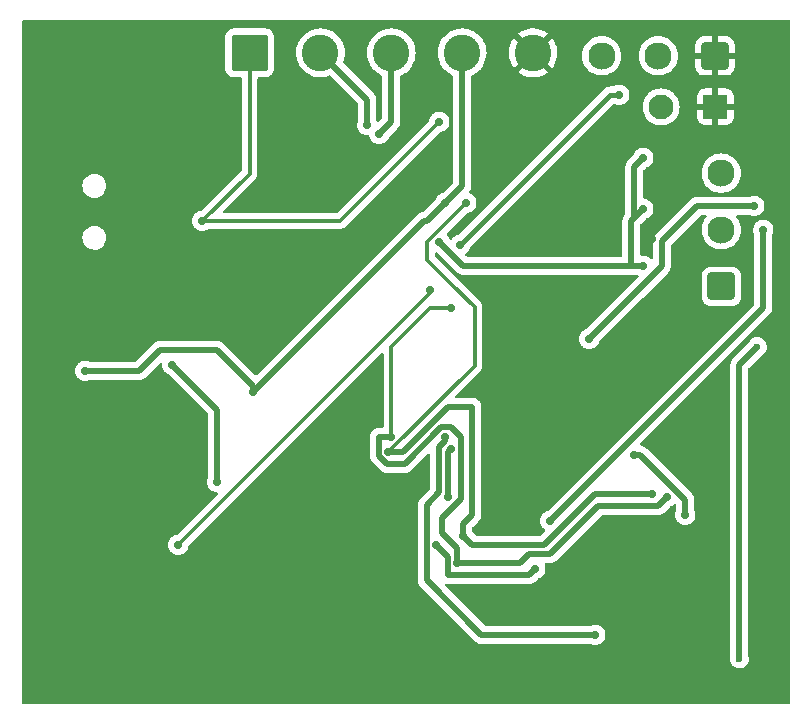
<source format=gbr>
%TF.GenerationSoftware,KiCad,Pcbnew,(6.0.10)*%
%TF.CreationDate,2023-01-31T23:24:51+03:00*%
%TF.ProjectId,001_ESC,3030315f-4553-4432-9e6b-696361645f70,rev?*%
%TF.SameCoordinates,Original*%
%TF.FileFunction,Copper,L2,Bot*%
%TF.FilePolarity,Positive*%
%FSLAX46Y46*%
G04 Gerber Fmt 4.6, Leading zero omitted, Abs format (unit mm)*
G04 Created by KiCad (PCBNEW (6.0.10)) date 2023-01-31 23:24:51*
%MOMM*%
%LPD*%
G01*
G04 APERTURE LIST*
G04 Aperture macros list*
%AMRoundRect*
0 Rectangle with rounded corners*
0 $1 Rounding radius*
0 $2 $3 $4 $5 $6 $7 $8 $9 X,Y pos of 4 corners*
0 Add a 4 corners polygon primitive as box body*
4,1,4,$2,$3,$4,$5,$6,$7,$8,$9,$2,$3,0*
0 Add four circle primitives for the rounded corners*
1,1,$1+$1,$2,$3*
1,1,$1+$1,$4,$5*
1,1,$1+$1,$6,$7*
1,1,$1+$1,$8,$9*
0 Add four rect primitives between the rounded corners*
20,1,$1+$1,$2,$3,$4,$5,0*
20,1,$1+$1,$4,$5,$6,$7,0*
20,1,$1+$1,$6,$7,$8,$9,0*
20,1,$1+$1,$8,$9,$2,$3,0*%
G04 Aperture macros list end*
%TA.AperFunction,ComponentPad*%
%ADD10RoundRect,0.250001X0.899999X0.899999X-0.899999X0.899999X-0.899999X-0.899999X0.899999X-0.899999X0*%
%TD*%
%TA.AperFunction,ComponentPad*%
%ADD11C,2.300000*%
%TD*%
%TA.AperFunction,ComponentPad*%
%ADD12RoundRect,0.250001X0.799999X0.799999X-0.799999X0.799999X-0.799999X-0.799999X0.799999X-0.799999X0*%
%TD*%
%TA.AperFunction,ComponentPad*%
%ADD13C,2.100000*%
%TD*%
%TA.AperFunction,ComponentPad*%
%ADD14RoundRect,0.250001X0.899999X-0.899999X0.899999X0.899999X-0.899999X0.899999X-0.899999X-0.899999X0*%
%TD*%
%TA.AperFunction,ComponentPad*%
%ADD15RoundRect,0.249999X-1.300001X-1.300001X1.300001X-1.300001X1.300001X1.300001X-1.300001X1.300001X0*%
%TD*%
%TA.AperFunction,ComponentPad*%
%ADD16C,3.100000*%
%TD*%
%TA.AperFunction,ViaPad*%
%ADD17C,0.600000*%
%TD*%
%TA.AperFunction,ViaPad*%
%ADD18C,0.700000*%
%TD*%
%TA.AperFunction,Conductor*%
%ADD19C,0.500000*%
%TD*%
%TA.AperFunction,Conductor*%
%ADD20C,0.300000*%
%TD*%
%TA.AperFunction,Conductor*%
%ADD21C,0.400000*%
%TD*%
G04 APERTURE END LIST*
D10*
%TO.P,J3,1,Pin_1*%
%TO.N,GND*%
X170154000Y-75184000D03*
D11*
%TO.P,J3,2,Pin_2*%
%TO.N,PWM_IN*%
X165354000Y-75184000D03*
%TO.P,J3,3,Pin_3*%
%TO.N,VCC*%
X160554000Y-75184000D03*
%TD*%
D12*
%TO.P,J5,1,Pin_1*%
%TO.N,GND*%
X170194000Y-79502000D03*
D13*
%TO.P,J5,2,Pin_2*%
%TO.N,+12V*%
X165594000Y-79502000D03*
%TD*%
D14*
%TO.P,J4,1,Pin_1*%
%TO.N,PhaseC*%
X170688000Y-94716000D03*
D11*
%TO.P,J4,2,Pin_2*%
%TO.N,PhaseB*%
X170688000Y-89916000D03*
%TO.P,J4,3,Pin_3*%
%TO.N,PhaseA*%
X170688000Y-85116000D03*
%TD*%
D15*
%TO.P,J2,1,Pin_1*%
%TO.N,DTR*%
X130748000Y-74930000D03*
D16*
%TO.P,J2,2,Pin_2*%
%TO.N,TX*%
X136748000Y-74930000D03*
%TO.P,J2,3,Pin_3*%
%TO.N,RX*%
X142748000Y-74930000D03*
%TO.P,J2,4,Pin_4*%
%TO.N,VCC*%
X148748000Y-74930000D03*
%TO.P,J2,5,Pin_5*%
%TO.N,GND*%
X154748000Y-74930000D03*
%TD*%
D17*
%TO.N,PhaseC*%
X173736000Y-99822000D03*
X172212000Y-126238000D03*
D18*
%TO.N,+12V*%
X128016000Y-111252000D03*
X147320000Y-107442000D03*
X124206000Y-101346000D03*
X160020000Y-124206000D03*
%TO.N,GND*%
X122682000Y-89408000D03*
X142494000Y-89154000D03*
X121920000Y-79756000D03*
X164846000Y-90678000D03*
X164846000Y-86360000D03*
X141224000Y-89154000D03*
%TO.N,VCC*%
X131064000Y-103632000D03*
X147320000Y-87630000D03*
X116840000Y-101854000D03*
%TO.N,DTR*%
X146812000Y-80772000D03*
X126746000Y-89154000D03*
%TO.N,RX*%
X141732000Y-81788000D03*
%TO.N,TX*%
X140716000Y-81026000D03*
%TO.N,BUZZER*%
X146050000Y-94996000D03*
X124714000Y-116586000D03*
%TO.N,AL*%
X142494000Y-108712000D03*
X148844000Y-115824000D03*
X149098000Y-87630000D03*
X164846000Y-112268000D03*
%TO.N,D6*%
X164084000Y-92964000D03*
X164084000Y-88138000D03*
X146812000Y-90932000D03*
X164084000Y-83820000D03*
%TO.N,PWM_IN*%
X148590000Y-91186000D03*
X162052000Y-78486000D03*
%TO.N,AH*%
X147828000Y-96520000D03*
X166116000Y-112522000D03*
X142748000Y-107442000D03*
X148336000Y-118110000D03*
%TO.N,PhaseA*%
X173482000Y-87884000D03*
X159512000Y-99142365D03*
%TO.N,PhaseB*%
X146558000Y-116586000D03*
X156210000Y-114554000D03*
X154940000Y-118618000D03*
X174244000Y-89916000D03*
%TO.N,Net-(IC2-Pad7)*%
X147574000Y-112522000D03*
X147828000Y-108458000D03*
%TO.N,Net-(IC4-Pad7)*%
X163322000Y-108966000D03*
X167640000Y-114046000D03*
%TD*%
D19*
%TO.N,PhaseC*%
X173482000Y-100076000D02*
X173736000Y-99822000D01*
X172212000Y-126238000D02*
X172212000Y-101346000D01*
X172212000Y-101346000D02*
X173482000Y-100076000D01*
%TO.N,+12V*%
X145758000Y-119596000D02*
X150368000Y-124206000D01*
X145758000Y-113206629D02*
X145758000Y-119596000D01*
X146812000Y-112152629D02*
X145758000Y-113206629D01*
X147320000Y-107834629D02*
X146812000Y-108342629D01*
X147320000Y-107442000D02*
X147320000Y-107834629D01*
X128016000Y-105156000D02*
X124206000Y-101346000D01*
X150368000Y-124206000D02*
X160020000Y-124206000D01*
X128016000Y-111252000D02*
X128016000Y-105156000D01*
X146812000Y-108342629D02*
X146812000Y-112152629D01*
%TO.N,VCC*%
X148336000Y-86614000D02*
X147320000Y-87630000D01*
X123190000Y-100076000D02*
X128016000Y-100076000D01*
X147320000Y-87630000D02*
X145796000Y-89154000D01*
X145796000Y-89154000D02*
X145542000Y-89154000D01*
X145542000Y-89154000D02*
X131064000Y-103632000D01*
X148748000Y-74930000D02*
X148748000Y-86202000D01*
X131064000Y-103124000D02*
X131064000Y-103632000D01*
X121412000Y-101854000D02*
X123190000Y-100076000D01*
X128016000Y-100076000D02*
X131064000Y-103124000D01*
X116840000Y-101854000D02*
X121412000Y-101854000D01*
X148748000Y-86202000D02*
X148336000Y-86614000D01*
D20*
%TO.N,DTR*%
X146812000Y-80772000D02*
X138430000Y-89154000D01*
X138430000Y-89154000D02*
X126746000Y-89154000D01*
X130748000Y-85152000D02*
X130748000Y-74930000D01*
X126746000Y-89154000D02*
X130748000Y-85152000D01*
D19*
%TO.N,RX*%
X142748000Y-80772000D02*
X142748000Y-74930000D01*
X141732000Y-81788000D02*
X142748000Y-80772000D01*
%TO.N,TX*%
X140716000Y-78898000D02*
X136748000Y-74930000D01*
X140716000Y-81026000D02*
X140716000Y-78898000D01*
D20*
%TO.N,BUZZER*%
X124714000Y-116586000D02*
X146050000Y-95250000D01*
X146050000Y-95250000D02*
X146050000Y-94996000D01*
D19*
%TO.N,AL*%
X143764000Y-108712000D02*
X142494000Y-108712000D01*
X160020000Y-112268000D02*
X164846000Y-112268000D01*
X155702000Y-116586000D02*
X160020000Y-112268000D01*
X149606000Y-116586000D02*
X155702000Y-116586000D01*
D20*
X147828000Y-94488000D02*
X145796000Y-92456000D01*
X149798000Y-101408000D02*
X149798000Y-96458000D01*
X148844000Y-87884000D02*
X149098000Y-87630000D01*
X145796000Y-92456000D02*
X145796000Y-90932000D01*
D19*
X148844000Y-115824000D02*
X148844000Y-114808000D01*
X148844000Y-115824000D02*
X149606000Y-116586000D01*
D20*
X149798000Y-96458000D02*
X147828000Y-94488000D01*
X142494000Y-108712000D02*
X149798000Y-101408000D01*
D19*
X149606000Y-114046000D02*
X149606000Y-104902000D01*
X148844000Y-114808000D02*
X149606000Y-114046000D01*
D20*
X145796000Y-90932000D02*
X148844000Y-87884000D01*
D19*
X149606000Y-104902000D02*
X147574000Y-104902000D01*
X147574000Y-104902000D02*
X143764000Y-108712000D01*
%TO.N,D6*%
X163068000Y-92964000D02*
X163068000Y-89154000D01*
X163322000Y-88900000D02*
X164084000Y-88138000D01*
X163068000Y-92964000D02*
X164084000Y-92964000D01*
X148844000Y-92964000D02*
X163068000Y-92964000D01*
X163068000Y-89154000D02*
X163322000Y-88900000D01*
X146812000Y-90932000D02*
X148844000Y-92964000D01*
X163322000Y-88900000D02*
X163322000Y-84582000D01*
X163322000Y-84582000D02*
X164084000Y-83820000D01*
D21*
%TO.N,PWM_IN*%
X161290000Y-78486000D02*
X148590000Y-91186000D01*
X162052000Y-78486000D02*
X161290000Y-78486000D01*
D20*
%TO.N,AH*%
X142748000Y-99822000D02*
X142748000Y-107442000D01*
D19*
X165354000Y-113284000D02*
X160274000Y-113284000D01*
X153670000Y-118110000D02*
X148336000Y-118110000D01*
X148647686Y-107499686D02*
X147790000Y-106642000D01*
D20*
X147828000Y-96520000D02*
X146050000Y-96520000D01*
D19*
X148647686Y-112718314D02*
X148647686Y-107499686D01*
X141694000Y-107480000D02*
X141732000Y-107442000D01*
X147790000Y-106642000D02*
X146988629Y-106642000D01*
X148336000Y-116840000D02*
X147066000Y-115570000D01*
X154432000Y-117348000D02*
X153670000Y-118110000D01*
X147066000Y-115570000D02*
X147066000Y-114300000D01*
X146988629Y-106642000D02*
X143902629Y-109728000D01*
X141694000Y-109043371D02*
X141694000Y-107480000D01*
X160274000Y-113284000D02*
X156210000Y-117348000D01*
X166116000Y-112522000D02*
X165354000Y-113284000D01*
X143902629Y-109728000D02*
X142378629Y-109728000D01*
X148336000Y-118110000D02*
X148336000Y-116840000D01*
X156210000Y-117348000D02*
X154432000Y-117348000D01*
X147066000Y-114300000D02*
X148647686Y-112718314D01*
D20*
X146050000Y-96520000D02*
X142748000Y-99822000D01*
D19*
X141732000Y-107442000D02*
X142748000Y-107442000D01*
X142378629Y-109728000D02*
X141694000Y-109043371D01*
%TO.N,PhaseA*%
X165646000Y-93008365D02*
X159512000Y-99142365D01*
X173482000Y-87884000D02*
X168656000Y-87884000D01*
X168656000Y-87884000D02*
X165646000Y-90894000D01*
X165646000Y-90894000D02*
X165646000Y-93008365D01*
%TO.N,PhaseB*%
X147536000Y-117778629D02*
X147536000Y-119088000D01*
X147574000Y-117740629D02*
X147536000Y-117778629D01*
X147574000Y-117602000D02*
X147574000Y-117740629D01*
X154432000Y-119126000D02*
X154940000Y-118618000D01*
X147574000Y-119126000D02*
X154432000Y-119126000D01*
X146558000Y-116586000D02*
X147574000Y-117602000D01*
X147536000Y-119088000D02*
X147574000Y-119126000D01*
X174244000Y-89916000D02*
X174244000Y-96520000D01*
X174244000Y-96520000D02*
X156210000Y-114554000D01*
%TO.N,Net-(IC2-Pad7)*%
X147574000Y-112522000D02*
X147574000Y-108712000D01*
X147574000Y-108712000D02*
X147828000Y-108458000D01*
%TO.N,Net-(IC4-Pad7)*%
X167640000Y-112776000D02*
X163830000Y-108966000D01*
X163576000Y-108966000D02*
X163322000Y-108966000D01*
X167640000Y-114046000D02*
X167640000Y-112776000D01*
X163830000Y-108966000D02*
X163576000Y-108966000D01*
%TD*%
%TA.AperFunction,Conductor*%
%TO.N,GND*%
G36*
X176471621Y-72156502D02*
G01*
X176518114Y-72210158D01*
X176529500Y-72262500D01*
X176529500Y-129921500D01*
X176509498Y-129989621D01*
X176455842Y-130036114D01*
X176403500Y-130047500D01*
X111632500Y-130047500D01*
X111564379Y-130027498D01*
X111517886Y-129973842D01*
X111506500Y-129921500D01*
X111506500Y-126226640D01*
X171398463Y-126226640D01*
X171416163Y-126407160D01*
X171473418Y-126579273D01*
X171477065Y-126585295D01*
X171477066Y-126585297D01*
X171487978Y-126603314D01*
X171567380Y-126734424D01*
X171693382Y-126864902D01*
X171845159Y-126964222D01*
X171851763Y-126966678D01*
X171851765Y-126966679D01*
X172008558Y-127024990D01*
X172008560Y-127024990D01*
X172015168Y-127027448D01*
X172098995Y-127038633D01*
X172187980Y-127050507D01*
X172187984Y-127050507D01*
X172194961Y-127051438D01*
X172201972Y-127050800D01*
X172201976Y-127050800D01*
X172344459Y-127037832D01*
X172375600Y-127034998D01*
X172382302Y-127032820D01*
X172382304Y-127032820D01*
X172541409Y-126981124D01*
X172541412Y-126981123D01*
X172548108Y-126978947D01*
X172703912Y-126886069D01*
X172835266Y-126760982D01*
X172935643Y-126609902D01*
X173000055Y-126440338D01*
X173001035Y-126433366D01*
X173024748Y-126264639D01*
X173024748Y-126264636D01*
X173025299Y-126260717D01*
X173025616Y-126238000D01*
X173005397Y-126057745D01*
X173001546Y-126046685D01*
X172977509Y-125977662D01*
X172970500Y-125936225D01*
X172970500Y-101712371D01*
X172990502Y-101644250D01*
X173007405Y-101623276D01*
X174050179Y-100580502D01*
X174074753Y-100561370D01*
X174227912Y-100470069D01*
X174359266Y-100344982D01*
X174459643Y-100193902D01*
X174524055Y-100024338D01*
X174542943Y-99889943D01*
X174548748Y-99848639D01*
X174548748Y-99848636D01*
X174549299Y-99844717D01*
X174549616Y-99822000D01*
X174529397Y-99641745D01*
X174499253Y-99555182D01*
X174472064Y-99477106D01*
X174472062Y-99477103D01*
X174469745Y-99470448D01*
X174447214Y-99434390D01*
X174377359Y-99322598D01*
X174373626Y-99316624D01*
X174359941Y-99302843D01*
X174250778Y-99192915D01*
X174250774Y-99192912D01*
X174245815Y-99187918D01*
X174234697Y-99180862D01*
X174163690Y-99135800D01*
X174092666Y-99090727D01*
X174063463Y-99080328D01*
X173928425Y-99032243D01*
X173928420Y-99032242D01*
X173921790Y-99029881D01*
X173914802Y-99029048D01*
X173914799Y-99029047D01*
X173791698Y-99014368D01*
X173741680Y-99008404D01*
X173734677Y-99009140D01*
X173734676Y-99009140D01*
X173568288Y-99026628D01*
X173568286Y-99026629D01*
X173561288Y-99027364D01*
X173389579Y-99085818D01*
X173383575Y-99089512D01*
X173241095Y-99177166D01*
X173241092Y-99177168D01*
X173235088Y-99180862D01*
X173230053Y-99185793D01*
X173230050Y-99185795D01*
X173110525Y-99302843D01*
X173105493Y-99307771D01*
X173007235Y-99460238D01*
X173004825Y-99466860D01*
X173001692Y-99473170D01*
X173000021Y-99472340D01*
X172977269Y-99508050D01*
X171723089Y-100762230D01*
X171708677Y-100774616D01*
X171697082Y-100783149D01*
X171697077Y-100783154D01*
X171691182Y-100787492D01*
X171686443Y-100793070D01*
X171686440Y-100793073D01*
X171656965Y-100827768D01*
X171650035Y-100835284D01*
X171644340Y-100840979D01*
X171642060Y-100843861D01*
X171626719Y-100863251D01*
X171623928Y-100866655D01*
X171619893Y-100871405D01*
X171576667Y-100922285D01*
X171573339Y-100928801D01*
X171569972Y-100933850D01*
X171566805Y-100938979D01*
X171562266Y-100944716D01*
X171531345Y-101010875D01*
X171529442Y-101014769D01*
X171496231Y-101079808D01*
X171494492Y-101086916D01*
X171492393Y-101092559D01*
X171490476Y-101098322D01*
X171487378Y-101104950D01*
X171473402Y-101172145D01*
X171472514Y-101176412D01*
X171471544Y-101180696D01*
X171454192Y-101251610D01*
X171453500Y-101262764D01*
X171453464Y-101262762D01*
X171453225Y-101266755D01*
X171452851Y-101270947D01*
X171451360Y-101278115D01*
X171451558Y-101285432D01*
X171453454Y-101355521D01*
X171453500Y-101358928D01*
X171453500Y-125935717D01*
X171445901Y-125978812D01*
X171421197Y-126046685D01*
X171398463Y-126226640D01*
X111506500Y-126226640D01*
X111506500Y-101854000D01*
X115976771Y-101854000D01*
X115995635Y-102033475D01*
X116051401Y-102205107D01*
X116141633Y-102361393D01*
X116146051Y-102366300D01*
X116146052Y-102366301D01*
X116220692Y-102449197D01*
X116262387Y-102495504D01*
X116267729Y-102499385D01*
X116267731Y-102499387D01*
X116366089Y-102570848D01*
X116408385Y-102601578D01*
X116414413Y-102604262D01*
X116414415Y-102604263D01*
X116442138Y-102616606D01*
X116573248Y-102674980D01*
X116661508Y-102693740D01*
X116743311Y-102711128D01*
X116743315Y-102711128D01*
X116749768Y-102712500D01*
X116930232Y-102712500D01*
X116936685Y-102711128D01*
X116936689Y-102711128D01*
X117018492Y-102693740D01*
X117106752Y-102674980D01*
X117222618Y-102623393D01*
X117273867Y-102612500D01*
X121344930Y-102612500D01*
X121363880Y-102613933D01*
X121378115Y-102616099D01*
X121378119Y-102616099D01*
X121385349Y-102617199D01*
X121392641Y-102616606D01*
X121392644Y-102616606D01*
X121438018Y-102612915D01*
X121448233Y-102612500D01*
X121456293Y-102612500D01*
X121469583Y-102610951D01*
X121484507Y-102609211D01*
X121488882Y-102608778D01*
X121554339Y-102603454D01*
X121554342Y-102603453D01*
X121561637Y-102602860D01*
X121568601Y-102600604D01*
X121574560Y-102599413D01*
X121580415Y-102598029D01*
X121587681Y-102597182D01*
X121656327Y-102572265D01*
X121660455Y-102570848D01*
X121722936Y-102550607D01*
X121722938Y-102550606D01*
X121729899Y-102548351D01*
X121736154Y-102544555D01*
X121741628Y-102542049D01*
X121747058Y-102539330D01*
X121753937Y-102536833D01*
X121760058Y-102532820D01*
X121814976Y-102496814D01*
X121818680Y-102494477D01*
X121881107Y-102456595D01*
X121889484Y-102449197D01*
X121889508Y-102449224D01*
X121892500Y-102446571D01*
X121895733Y-102443868D01*
X121901852Y-102439856D01*
X121955128Y-102383617D01*
X121957506Y-102381175D01*
X123132291Y-101206390D01*
X123194603Y-101172364D01*
X123265418Y-101177429D01*
X123322254Y-101219976D01*
X123347065Y-101286496D01*
X123346696Y-101308656D01*
X123342771Y-101346000D01*
X123361635Y-101525475D01*
X123363675Y-101531753D01*
X123363675Y-101531754D01*
X123393412Y-101623276D01*
X123417401Y-101697107D01*
X123507633Y-101853393D01*
X123512051Y-101858300D01*
X123512052Y-101858301D01*
X123578100Y-101931655D01*
X123628387Y-101987504D01*
X123633729Y-101991385D01*
X123633731Y-101991387D01*
X123769043Y-102089697D01*
X123774385Y-102093578D01*
X123780413Y-102096262D01*
X123780415Y-102096263D01*
X123939248Y-102166980D01*
X123938741Y-102168118D01*
X123981859Y-102194540D01*
X127220595Y-105433276D01*
X127254621Y-105495588D01*
X127257500Y-105522371D01*
X127257500Y-110814999D01*
X127240620Y-110877998D01*
X127227401Y-110900893D01*
X127171635Y-111072525D01*
X127152771Y-111252000D01*
X127153461Y-111258565D01*
X127169292Y-111409179D01*
X127171635Y-111431475D01*
X127227401Y-111603107D01*
X127230704Y-111608829D01*
X127230705Y-111608830D01*
X127262689Y-111664227D01*
X127317633Y-111759393D01*
X127322051Y-111764300D01*
X127322052Y-111764301D01*
X127388814Y-111838448D01*
X127438387Y-111893504D01*
X127584385Y-111999578D01*
X127590413Y-112002262D01*
X127590415Y-112002263D01*
X127725799Y-112062540D01*
X127749248Y-112072980D01*
X127837508Y-112091740D01*
X127919311Y-112109128D01*
X127919315Y-112109128D01*
X127925768Y-112110500D01*
X127954050Y-112110500D01*
X128022171Y-112130502D01*
X128068664Y-112184158D01*
X128078768Y-112254432D01*
X128049274Y-112319012D01*
X128043145Y-112325595D01*
X124672349Y-115696391D01*
X124609451Y-115730543D01*
X124574517Y-115737969D01*
X124447248Y-115765020D01*
X124441219Y-115767704D01*
X124441217Y-115767705D01*
X124288416Y-115835737D01*
X124288414Y-115835738D01*
X124282386Y-115838422D01*
X124277045Y-115842302D01*
X124277044Y-115842303D01*
X124141731Y-115940613D01*
X124141729Y-115940615D01*
X124136387Y-115944496D01*
X124015633Y-116078607D01*
X123925401Y-116234893D01*
X123869635Y-116406525D01*
X123850771Y-116586000D01*
X123869635Y-116765475D01*
X123925401Y-116937107D01*
X124015633Y-117093393D01*
X124020051Y-117098300D01*
X124020052Y-117098301D01*
X124131965Y-117222593D01*
X124136387Y-117227504D01*
X124141729Y-117231385D01*
X124141731Y-117231387D01*
X124242986Y-117304953D01*
X124282385Y-117333578D01*
X124288413Y-117336262D01*
X124288415Y-117336263D01*
X124322638Y-117351500D01*
X124447248Y-117406980D01*
X124535508Y-117425740D01*
X124617311Y-117443128D01*
X124617315Y-117443128D01*
X124623768Y-117444500D01*
X124804232Y-117444500D01*
X124810685Y-117443128D01*
X124810689Y-117443128D01*
X124892492Y-117425740D01*
X124980752Y-117406980D01*
X125105362Y-117351500D01*
X125139585Y-117336263D01*
X125139587Y-117336262D01*
X125145615Y-117333578D01*
X125185014Y-117304953D01*
X125286269Y-117231387D01*
X125286271Y-117231385D01*
X125291613Y-117227504D01*
X125296035Y-117222593D01*
X125407948Y-117098301D01*
X125407949Y-117098300D01*
X125412367Y-117093393D01*
X125502599Y-116937107D01*
X125558365Y-116765475D01*
X125564575Y-116706394D01*
X125591589Y-116640737D01*
X125600790Y-116630470D01*
X141874405Y-100356855D01*
X141936717Y-100322829D01*
X142007532Y-100327894D01*
X142064368Y-100370441D01*
X142089179Y-100436961D01*
X142089500Y-100445950D01*
X142089500Y-106557500D01*
X142069498Y-106625621D01*
X142015842Y-106672114D01*
X141963500Y-106683500D01*
X141799070Y-106683500D01*
X141780120Y-106682067D01*
X141765885Y-106679901D01*
X141765881Y-106679901D01*
X141758651Y-106678801D01*
X141751359Y-106679394D01*
X141751356Y-106679394D01*
X141705982Y-106683085D01*
X141695767Y-106683500D01*
X141687707Y-106683500D01*
X141674417Y-106685049D01*
X141659493Y-106686789D01*
X141655118Y-106687222D01*
X141589661Y-106692546D01*
X141589658Y-106692547D01*
X141582363Y-106693140D01*
X141575399Y-106695396D01*
X141569440Y-106696587D01*
X141563585Y-106697971D01*
X141556319Y-106698818D01*
X141487673Y-106723735D01*
X141483545Y-106725152D01*
X141421064Y-106745393D01*
X141421062Y-106745394D01*
X141414101Y-106747649D01*
X141407846Y-106751445D01*
X141402372Y-106753951D01*
X141396942Y-106756670D01*
X141390063Y-106759167D01*
X141383943Y-106763180D01*
X141383942Y-106763180D01*
X141329024Y-106799186D01*
X141325320Y-106801523D01*
X141262893Y-106839405D01*
X141254516Y-106846803D01*
X141254492Y-106846776D01*
X141251500Y-106849429D01*
X141248267Y-106852132D01*
X141242148Y-106856144D01*
X141237116Y-106861456D01*
X141204230Y-106896171D01*
X141187439Y-106911000D01*
X141179081Y-106917150D01*
X141179077Y-106917154D01*
X141173182Y-106921492D01*
X141168438Y-106927075D01*
X141168439Y-106927075D01*
X141138965Y-106961768D01*
X141132035Y-106969284D01*
X141126340Y-106974979D01*
X141124060Y-106977861D01*
X141108719Y-106997251D01*
X141105928Y-107000655D01*
X141063409Y-107050703D01*
X141058667Y-107056285D01*
X141055339Y-107062801D01*
X141051972Y-107067850D01*
X141048805Y-107072979D01*
X141044266Y-107078716D01*
X141013345Y-107144875D01*
X141011442Y-107148769D01*
X140978231Y-107213808D01*
X140976492Y-107220916D01*
X140974393Y-107226559D01*
X140972476Y-107232322D01*
X140969378Y-107238950D01*
X140967888Y-107246112D01*
X140967888Y-107246113D01*
X140954514Y-107310412D01*
X140953544Y-107314696D01*
X140936192Y-107385610D01*
X140935500Y-107396764D01*
X140935464Y-107396762D01*
X140935225Y-107400755D01*
X140934851Y-107404947D01*
X140933360Y-107412115D01*
X140933558Y-107419432D01*
X140935454Y-107489521D01*
X140935500Y-107492928D01*
X140935500Y-108976301D01*
X140934067Y-108995251D01*
X140930801Y-109016720D01*
X140931394Y-109024012D01*
X140931394Y-109024015D01*
X140935085Y-109069389D01*
X140935500Y-109079604D01*
X140935500Y-109087664D01*
X140935925Y-109091308D01*
X140938789Y-109115878D01*
X140939222Y-109120253D01*
X140945140Y-109193008D01*
X140947396Y-109199972D01*
X140948587Y-109205931D01*
X140949971Y-109211786D01*
X140950818Y-109219052D01*
X140975735Y-109287698D01*
X140977152Y-109291826D01*
X140999649Y-109361270D01*
X141003445Y-109367525D01*
X141005951Y-109372999D01*
X141008670Y-109378429D01*
X141011167Y-109385308D01*
X141015180Y-109391428D01*
X141015180Y-109391429D01*
X141051186Y-109446347D01*
X141053523Y-109450051D01*
X141091405Y-109512478D01*
X141095121Y-109516686D01*
X141095122Y-109516687D01*
X141098803Y-109520855D01*
X141098776Y-109520879D01*
X141101429Y-109523871D01*
X141104132Y-109527104D01*
X141108144Y-109533223D01*
X141113456Y-109538255D01*
X141164383Y-109586499D01*
X141166825Y-109588877D01*
X141794859Y-110216911D01*
X141807245Y-110231323D01*
X141815778Y-110242918D01*
X141815783Y-110242923D01*
X141820121Y-110248818D01*
X141825699Y-110253557D01*
X141825702Y-110253560D01*
X141860397Y-110283035D01*
X141867913Y-110289965D01*
X141873609Y-110295661D01*
X141876470Y-110297924D01*
X141876475Y-110297929D01*
X141895885Y-110313285D01*
X141899287Y-110316074D01*
X141919805Y-110333505D01*
X141954914Y-110363333D01*
X141961431Y-110366661D01*
X141966479Y-110370027D01*
X141971601Y-110373190D01*
X141977345Y-110377735D01*
X142043524Y-110408664D01*
X142047408Y-110410563D01*
X142112437Y-110443769D01*
X142119552Y-110445510D01*
X142125207Y-110447613D01*
X142130946Y-110449522D01*
X142137579Y-110452622D01*
X142209064Y-110467491D01*
X142213330Y-110468457D01*
X142284239Y-110485808D01*
X142289841Y-110486156D01*
X142289844Y-110486156D01*
X142295393Y-110486500D01*
X142295391Y-110486535D01*
X142299363Y-110486775D01*
X142303584Y-110487152D01*
X142310744Y-110488641D01*
X142388171Y-110486546D01*
X142391579Y-110486500D01*
X143835559Y-110486500D01*
X143854509Y-110487933D01*
X143868744Y-110490099D01*
X143868748Y-110490099D01*
X143875978Y-110491199D01*
X143883270Y-110490606D01*
X143883273Y-110490606D01*
X143928647Y-110486915D01*
X143938862Y-110486500D01*
X143946922Y-110486500D01*
X143964309Y-110484473D01*
X143975136Y-110483211D01*
X143979511Y-110482778D01*
X144044968Y-110477454D01*
X144044971Y-110477453D01*
X144052266Y-110476860D01*
X144059230Y-110474604D01*
X144065189Y-110473413D01*
X144071044Y-110472029D01*
X144078310Y-110471182D01*
X144146956Y-110446265D01*
X144151084Y-110444848D01*
X144213565Y-110424607D01*
X144213567Y-110424606D01*
X144220528Y-110422351D01*
X144226783Y-110418555D01*
X144232257Y-110416049D01*
X144237687Y-110413330D01*
X144244566Y-110410833D01*
X144290319Y-110380836D01*
X144305605Y-110370814D01*
X144309309Y-110368477D01*
X144371736Y-110330595D01*
X144380113Y-110323197D01*
X144380137Y-110323224D01*
X144383129Y-110320571D01*
X144386362Y-110317868D01*
X144392481Y-110313856D01*
X144445757Y-110257617D01*
X144448135Y-110255175D01*
X145838405Y-108864905D01*
X145900717Y-108830879D01*
X145971532Y-108835944D01*
X146028368Y-108878491D01*
X146053179Y-108945011D01*
X146053500Y-108954000D01*
X146053500Y-111786258D01*
X146033498Y-111854379D01*
X146016595Y-111875353D01*
X145269089Y-112622859D01*
X145254677Y-112635245D01*
X145243082Y-112643778D01*
X145243077Y-112643783D01*
X145237182Y-112648121D01*
X145232443Y-112653699D01*
X145232440Y-112653702D01*
X145202965Y-112688397D01*
X145196035Y-112695913D01*
X145190340Y-112701608D01*
X145188060Y-112704490D01*
X145172719Y-112723880D01*
X145169928Y-112727284D01*
X145150645Y-112749982D01*
X145122667Y-112782914D01*
X145119339Y-112789430D01*
X145115972Y-112794479D01*
X145112805Y-112799608D01*
X145108266Y-112805345D01*
X145077345Y-112871504D01*
X145075442Y-112875398D01*
X145042231Y-112940437D01*
X145040492Y-112947545D01*
X145038393Y-112953188D01*
X145036476Y-112958951D01*
X145033378Y-112965579D01*
X145020942Y-113025370D01*
X145018514Y-113037041D01*
X145017544Y-113041325D01*
X145000192Y-113112239D01*
X144999500Y-113123393D01*
X144999464Y-113123391D01*
X144999225Y-113127384D01*
X144998851Y-113131576D01*
X144997360Y-113138744D01*
X144997558Y-113146061D01*
X144999454Y-113216150D01*
X144999500Y-113219557D01*
X144999500Y-119528930D01*
X144998067Y-119547880D01*
X144994801Y-119569349D01*
X144995394Y-119576641D01*
X144995394Y-119576644D01*
X144999085Y-119622018D01*
X144999500Y-119632233D01*
X144999500Y-119640293D01*
X144999925Y-119643937D01*
X145002789Y-119668507D01*
X145003222Y-119672882D01*
X145007991Y-119731505D01*
X145009140Y-119745637D01*
X145011396Y-119752601D01*
X145012587Y-119758560D01*
X145013971Y-119764415D01*
X145014818Y-119771681D01*
X145039735Y-119840327D01*
X145041152Y-119844455D01*
X145054137Y-119884536D01*
X145063649Y-119913899D01*
X145067445Y-119920154D01*
X145069951Y-119925628D01*
X145072670Y-119931058D01*
X145075167Y-119937937D01*
X145079180Y-119944057D01*
X145079180Y-119944058D01*
X145115186Y-119998976D01*
X145117523Y-120002680D01*
X145155405Y-120065107D01*
X145159121Y-120069315D01*
X145159122Y-120069316D01*
X145162803Y-120073484D01*
X145162776Y-120073508D01*
X145165429Y-120076500D01*
X145168132Y-120079733D01*
X145172144Y-120085852D01*
X145177456Y-120090884D01*
X145228383Y-120139128D01*
X145230825Y-120141506D01*
X149784230Y-124694911D01*
X149796616Y-124709323D01*
X149805149Y-124720918D01*
X149805154Y-124720923D01*
X149809492Y-124726818D01*
X149815070Y-124731557D01*
X149815073Y-124731560D01*
X149849768Y-124761035D01*
X149857284Y-124767965D01*
X149862980Y-124773661D01*
X149865841Y-124775924D01*
X149865846Y-124775929D01*
X149885266Y-124791293D01*
X149888667Y-124794082D01*
X149944285Y-124841333D01*
X149950805Y-124844662D01*
X149955852Y-124848028D01*
X149960976Y-124851193D01*
X149966717Y-124855735D01*
X149973348Y-124858834D01*
X149973351Y-124858836D01*
X150032830Y-124886634D01*
X150036776Y-124888562D01*
X150101808Y-124921769D01*
X150108914Y-124923508D01*
X150114564Y-124925609D01*
X150120321Y-124927524D01*
X150126950Y-124930622D01*
X150198435Y-124945491D01*
X150202701Y-124946457D01*
X150273610Y-124963808D01*
X150279212Y-124964156D01*
X150279215Y-124964156D01*
X150284764Y-124964500D01*
X150284762Y-124964535D01*
X150288734Y-124964775D01*
X150292955Y-124965152D01*
X150300115Y-124966641D01*
X150377542Y-124964546D01*
X150380950Y-124964500D01*
X159586133Y-124964500D01*
X159637382Y-124975393D01*
X159753248Y-125026980D01*
X159841508Y-125045740D01*
X159923311Y-125063128D01*
X159923315Y-125063128D01*
X159929768Y-125064500D01*
X160110232Y-125064500D01*
X160116685Y-125063128D01*
X160116689Y-125063128D01*
X160198492Y-125045740D01*
X160286752Y-125026980D01*
X160402618Y-124975393D01*
X160445585Y-124956263D01*
X160445587Y-124956262D01*
X160451615Y-124953578D01*
X160462747Y-124945490D01*
X160592269Y-124851387D01*
X160592271Y-124851385D01*
X160597613Y-124847504D01*
X160602035Y-124842593D01*
X160713948Y-124718301D01*
X160713949Y-124718300D01*
X160718367Y-124713393D01*
X160808599Y-124557107D01*
X160864365Y-124385475D01*
X160883229Y-124206000D01*
X160864365Y-124026525D01*
X160808599Y-123854893D01*
X160718367Y-123698607D01*
X160597613Y-123564496D01*
X160451615Y-123458422D01*
X160445587Y-123455738D01*
X160445585Y-123455737D01*
X160292783Y-123387705D01*
X160292781Y-123387705D01*
X160286752Y-123385020D01*
X160198492Y-123366260D01*
X160116689Y-123348872D01*
X160116685Y-123348872D01*
X160110232Y-123347500D01*
X159929768Y-123347500D01*
X159923315Y-123348872D01*
X159923311Y-123348872D01*
X159841508Y-123366260D01*
X159753248Y-123385020D01*
X159747219Y-123387704D01*
X159747217Y-123387705D01*
X159637383Y-123436607D01*
X159586134Y-123447500D01*
X150734371Y-123447500D01*
X150666250Y-123427498D01*
X150645276Y-123410595D01*
X147320062Y-120085381D01*
X147286036Y-120023069D01*
X147291101Y-119952254D01*
X147333648Y-119895418D01*
X147400168Y-119870607D01*
X147439104Y-119873897D01*
X147474152Y-119882473D01*
X147474158Y-119882474D01*
X147479610Y-119883808D01*
X147485212Y-119884156D01*
X147485215Y-119884156D01*
X147490764Y-119884500D01*
X147490762Y-119884536D01*
X147494755Y-119884775D01*
X147498947Y-119885149D01*
X147506115Y-119886640D01*
X147583520Y-119884546D01*
X147586928Y-119884500D01*
X154364930Y-119884500D01*
X154383880Y-119885933D01*
X154398115Y-119888099D01*
X154398119Y-119888099D01*
X154405349Y-119889199D01*
X154412641Y-119888606D01*
X154412644Y-119888606D01*
X154458018Y-119884915D01*
X154468233Y-119884500D01*
X154476293Y-119884500D01*
X154493680Y-119882473D01*
X154504507Y-119881211D01*
X154508882Y-119880778D01*
X154574339Y-119875454D01*
X154574342Y-119875453D01*
X154581637Y-119874860D01*
X154588601Y-119872604D01*
X154594560Y-119871413D01*
X154600415Y-119870029D01*
X154607681Y-119869182D01*
X154676327Y-119844265D01*
X154680455Y-119842848D01*
X154742936Y-119822607D01*
X154742938Y-119822606D01*
X154749899Y-119820351D01*
X154756154Y-119816555D01*
X154761628Y-119814049D01*
X154767058Y-119811330D01*
X154773937Y-119808833D01*
X154780058Y-119804820D01*
X154834976Y-119768814D01*
X154838680Y-119766477D01*
X154901107Y-119728595D01*
X154909484Y-119721197D01*
X154909508Y-119721224D01*
X154912500Y-119718571D01*
X154915733Y-119715868D01*
X154921852Y-119711856D01*
X154975128Y-119655617D01*
X154977506Y-119653175D01*
X155164141Y-119466540D01*
X155207259Y-119440118D01*
X155206752Y-119438980D01*
X155365585Y-119368263D01*
X155365587Y-119368262D01*
X155371615Y-119365578D01*
X155381427Y-119358449D01*
X155512269Y-119263387D01*
X155512271Y-119263385D01*
X155517613Y-119259504D01*
X155638367Y-119125393D01*
X155728599Y-118969107D01*
X155784365Y-118797475D01*
X155803229Y-118618000D01*
X155784365Y-118438525D01*
X155730075Y-118271436D01*
X155728048Y-118200468D01*
X155764710Y-118139670D01*
X155828423Y-118108345D01*
X155849908Y-118106500D01*
X156142930Y-118106500D01*
X156161880Y-118107933D01*
X156176115Y-118110099D01*
X156176119Y-118110099D01*
X156183349Y-118111199D01*
X156190641Y-118110606D01*
X156190644Y-118110606D01*
X156236018Y-118106915D01*
X156246233Y-118106500D01*
X156254293Y-118106500D01*
X156267583Y-118104951D01*
X156282507Y-118103211D01*
X156286882Y-118102778D01*
X156352339Y-118097454D01*
X156352342Y-118097453D01*
X156359637Y-118096860D01*
X156366601Y-118094604D01*
X156372560Y-118093413D01*
X156378415Y-118092029D01*
X156385681Y-118091182D01*
X156454327Y-118066265D01*
X156458455Y-118064848D01*
X156520936Y-118044607D01*
X156520938Y-118044606D01*
X156527899Y-118042351D01*
X156534154Y-118038555D01*
X156539628Y-118036049D01*
X156545058Y-118033330D01*
X156551937Y-118030833D01*
X156612976Y-117990814D01*
X156616680Y-117988477D01*
X156679107Y-117950595D01*
X156687484Y-117943197D01*
X156687508Y-117943224D01*
X156690500Y-117940571D01*
X156693733Y-117937868D01*
X156699852Y-117933856D01*
X156753128Y-117877617D01*
X156755506Y-117875175D01*
X160551276Y-114079405D01*
X160613588Y-114045379D01*
X160640371Y-114042500D01*
X165286930Y-114042500D01*
X165305880Y-114043933D01*
X165320115Y-114046099D01*
X165320119Y-114046099D01*
X165327349Y-114047199D01*
X165334641Y-114046606D01*
X165334644Y-114046606D01*
X165380018Y-114042915D01*
X165390233Y-114042500D01*
X165398293Y-114042500D01*
X165411583Y-114040951D01*
X165426507Y-114039211D01*
X165430882Y-114038778D01*
X165496339Y-114033454D01*
X165496342Y-114033453D01*
X165503637Y-114032860D01*
X165510601Y-114030604D01*
X165516560Y-114029413D01*
X165522415Y-114028029D01*
X165529681Y-114027182D01*
X165598327Y-114002265D01*
X165602455Y-114000848D01*
X165664936Y-113980607D01*
X165664938Y-113980606D01*
X165671899Y-113978351D01*
X165678154Y-113974555D01*
X165683628Y-113972049D01*
X165689058Y-113969330D01*
X165695937Y-113966833D01*
X165756976Y-113926814D01*
X165760680Y-113924477D01*
X165823107Y-113886595D01*
X165831484Y-113879197D01*
X165831508Y-113879224D01*
X165834500Y-113876571D01*
X165837733Y-113873868D01*
X165843852Y-113869856D01*
X165897128Y-113813617D01*
X165899506Y-113811175D01*
X166340141Y-113370540D01*
X166383259Y-113344118D01*
X166382752Y-113342980D01*
X166541585Y-113272263D01*
X166541587Y-113272262D01*
X166547615Y-113269578D01*
X166622068Y-113215485D01*
X166681439Y-113172349D01*
X166748307Y-113148490D01*
X166817458Y-113164571D01*
X166866938Y-113215485D01*
X166881500Y-113274285D01*
X166881500Y-113608999D01*
X166864620Y-113671998D01*
X166851401Y-113694893D01*
X166795635Y-113866525D01*
X166794945Y-113873088D01*
X166794945Y-113873089D01*
X166781367Y-114002276D01*
X166776771Y-114046000D01*
X166777461Y-114052565D01*
X166783138Y-114106572D01*
X166795635Y-114225475D01*
X166797675Y-114231753D01*
X166797675Y-114231754D01*
X166813313Y-114279884D01*
X166851401Y-114397107D01*
X166941633Y-114553393D01*
X166946051Y-114558300D01*
X166946052Y-114558301D01*
X166996367Y-114614181D01*
X167062387Y-114687504D01*
X167067729Y-114691385D01*
X167067731Y-114691387D01*
X167203043Y-114789697D01*
X167208385Y-114793578D01*
X167214413Y-114796262D01*
X167214415Y-114796263D01*
X167367217Y-114864295D01*
X167373248Y-114866980D01*
X167461508Y-114885740D01*
X167543311Y-114903128D01*
X167543315Y-114903128D01*
X167549768Y-114904500D01*
X167730232Y-114904500D01*
X167736685Y-114903128D01*
X167736689Y-114903128D01*
X167818492Y-114885740D01*
X167906752Y-114866980D01*
X167912783Y-114864295D01*
X168065585Y-114796263D01*
X168065587Y-114796262D01*
X168071615Y-114793578D01*
X168076957Y-114789697D01*
X168212269Y-114691387D01*
X168212271Y-114691385D01*
X168217613Y-114687504D01*
X168283633Y-114614181D01*
X168333948Y-114558301D01*
X168333949Y-114558300D01*
X168338367Y-114553393D01*
X168428599Y-114397107D01*
X168466687Y-114279884D01*
X168482325Y-114231754D01*
X168482325Y-114231753D01*
X168484365Y-114225475D01*
X168496863Y-114106572D01*
X168502539Y-114052565D01*
X168503229Y-114046000D01*
X168498633Y-114002276D01*
X168485055Y-113873089D01*
X168485055Y-113873088D01*
X168484365Y-113866525D01*
X168428599Y-113694893D01*
X168415380Y-113671998D01*
X168398500Y-113608999D01*
X168398500Y-112843070D01*
X168399933Y-112824120D01*
X168402099Y-112809885D01*
X168402099Y-112809881D01*
X168403199Y-112802651D01*
X168402535Y-112794479D01*
X168398915Y-112749982D01*
X168398500Y-112739767D01*
X168398500Y-112731707D01*
X168397985Y-112727284D01*
X168395211Y-112703497D01*
X168394778Y-112699121D01*
X168389454Y-112633662D01*
X168389453Y-112633659D01*
X168388860Y-112626364D01*
X168386604Y-112619400D01*
X168385417Y-112613461D01*
X168384030Y-112607590D01*
X168383182Y-112600319D01*
X168380686Y-112593443D01*
X168380684Y-112593434D01*
X168358275Y-112531702D01*
X168356865Y-112527598D01*
X168334352Y-112458101D01*
X168330556Y-112451846D01*
X168328057Y-112446387D01*
X168325329Y-112440939D01*
X168322833Y-112434063D01*
X168282805Y-112373010D01*
X168280481Y-112369327D01*
X168245504Y-112311686D01*
X168245501Y-112311682D01*
X168242595Y-112306893D01*
X168238886Y-112302694D01*
X168238883Y-112302689D01*
X168235197Y-112298516D01*
X168235224Y-112298492D01*
X168232571Y-112295500D01*
X168229868Y-112292267D01*
X168225856Y-112286148D01*
X168169617Y-112232872D01*
X168167175Y-112230494D01*
X164413770Y-108477089D01*
X164401384Y-108462677D01*
X164392851Y-108451082D01*
X164392846Y-108451077D01*
X164388508Y-108445182D01*
X164382930Y-108440443D01*
X164382927Y-108440440D01*
X164348232Y-108410965D01*
X164340716Y-108404035D01*
X164335021Y-108398340D01*
X164328880Y-108393482D01*
X164312749Y-108380719D01*
X164309345Y-108377928D01*
X164259297Y-108335409D01*
X164259295Y-108335408D01*
X164253715Y-108330667D01*
X164247199Y-108327339D01*
X164242150Y-108323972D01*
X164237021Y-108320805D01*
X164231284Y-108316266D01*
X164165125Y-108285345D01*
X164161225Y-108283439D01*
X164096192Y-108250231D01*
X164089084Y-108248492D01*
X164083441Y-108246393D01*
X164077678Y-108244476D01*
X164071050Y-108241378D01*
X163999583Y-108226513D01*
X163995299Y-108225543D01*
X163929847Y-108209527D01*
X163929844Y-108209527D01*
X163924390Y-108208192D01*
X163918786Y-108207844D01*
X163913453Y-108207033D01*
X163849116Y-108177012D01*
X163811222Y-108116973D01*
X163811804Y-108045979D01*
X163843310Y-107993371D01*
X174732911Y-97103770D01*
X174747323Y-97091384D01*
X174758918Y-97082851D01*
X174758923Y-97082846D01*
X174764818Y-97078508D01*
X174769557Y-97072930D01*
X174769560Y-97072927D01*
X174799035Y-97038232D01*
X174805965Y-97030716D01*
X174811660Y-97025021D01*
X174829281Y-97002749D01*
X174832072Y-96999345D01*
X174874591Y-96949297D01*
X174874592Y-96949295D01*
X174879333Y-96943715D01*
X174882661Y-96937199D01*
X174886028Y-96932150D01*
X174889195Y-96927021D01*
X174893734Y-96921284D01*
X174924655Y-96855125D01*
X174926561Y-96851225D01*
X174959769Y-96786192D01*
X174961508Y-96779084D01*
X174963607Y-96773441D01*
X174965524Y-96767678D01*
X174968622Y-96761050D01*
X174983487Y-96689583D01*
X174984457Y-96685299D01*
X175000473Y-96619845D01*
X175001808Y-96614390D01*
X175002500Y-96603236D01*
X175002536Y-96603238D01*
X175002775Y-96599245D01*
X175003149Y-96595053D01*
X175004640Y-96587885D01*
X175002546Y-96510479D01*
X175002500Y-96507072D01*
X175002500Y-90353001D01*
X175019380Y-90290002D01*
X175032599Y-90267107D01*
X175088365Y-90095475D01*
X175095005Y-90032306D01*
X175106539Y-89922565D01*
X175107229Y-89916000D01*
X175096357Y-89812562D01*
X175089055Y-89743089D01*
X175089055Y-89743088D01*
X175088365Y-89736525D01*
X175069497Y-89678453D01*
X175034641Y-89571178D01*
X175032599Y-89564893D01*
X174942367Y-89408607D01*
X174932221Y-89397338D01*
X174826035Y-89279407D01*
X174826034Y-89279406D01*
X174821613Y-89274496D01*
X174675615Y-89168422D01*
X174669587Y-89165738D01*
X174669585Y-89165737D01*
X174516783Y-89097705D01*
X174516781Y-89097705D01*
X174510752Y-89095020D01*
X174420450Y-89075826D01*
X174340689Y-89058872D01*
X174340685Y-89058872D01*
X174334232Y-89057500D01*
X174153768Y-89057500D01*
X174147315Y-89058872D01*
X174147311Y-89058872D01*
X174067550Y-89075826D01*
X173977248Y-89095020D01*
X173971219Y-89097704D01*
X173971217Y-89097705D01*
X173818416Y-89165737D01*
X173818414Y-89165738D01*
X173812386Y-89168422D01*
X173807045Y-89172302D01*
X173807044Y-89172303D01*
X173671731Y-89270613D01*
X173671729Y-89270615D01*
X173666387Y-89274496D01*
X173661966Y-89279406D01*
X173661965Y-89279407D01*
X173555780Y-89397338D01*
X173545633Y-89408607D01*
X173455401Y-89564893D01*
X173453359Y-89571178D01*
X173418504Y-89678453D01*
X173399635Y-89736525D01*
X173398945Y-89743088D01*
X173398945Y-89743089D01*
X173391643Y-89812562D01*
X173380771Y-89916000D01*
X173381461Y-89922565D01*
X173392996Y-90032306D01*
X173399635Y-90095475D01*
X173455401Y-90267107D01*
X173468620Y-90290002D01*
X173485500Y-90353001D01*
X173485500Y-96153629D01*
X173465498Y-96221750D01*
X173448595Y-96242724D01*
X155985859Y-113705460D01*
X155942741Y-113731882D01*
X155943248Y-113733020D01*
X155784416Y-113803737D01*
X155784414Y-113803738D01*
X155778386Y-113806422D01*
X155773045Y-113810302D01*
X155773044Y-113810303D01*
X155637731Y-113908613D01*
X155637729Y-113908615D01*
X155632387Y-113912496D01*
X155627966Y-113917406D01*
X155627965Y-113917407D01*
X155527115Y-114029413D01*
X155511633Y-114046607D01*
X155421401Y-114202893D01*
X155365635Y-114374525D01*
X155364945Y-114381088D01*
X155364945Y-114381089D01*
X155356883Y-114457789D01*
X155346771Y-114554000D01*
X155365635Y-114733475D01*
X155421401Y-114905107D01*
X155511633Y-115061393D01*
X155632387Y-115195504D01*
X155637729Y-115199385D01*
X155637731Y-115199387D01*
X155737431Y-115271823D01*
X155780785Y-115328045D01*
X155786860Y-115398781D01*
X155752465Y-115462854D01*
X155424724Y-115790595D01*
X155362412Y-115824621D01*
X155335629Y-115827500D01*
X149972371Y-115827500D01*
X149904250Y-115807498D01*
X149883276Y-115790595D01*
X149686249Y-115593568D01*
X149655511Y-115543409D01*
X149634641Y-115479178D01*
X149632599Y-115472893D01*
X149619380Y-115449998D01*
X149602500Y-115386999D01*
X149602500Y-115174371D01*
X149622502Y-115106250D01*
X149639405Y-115085276D01*
X150094911Y-114629770D01*
X150109323Y-114617384D01*
X150120918Y-114608851D01*
X150120923Y-114608846D01*
X150126818Y-114604508D01*
X150131557Y-114598930D01*
X150131560Y-114598927D01*
X150161035Y-114564232D01*
X150167965Y-114556716D01*
X150173661Y-114551020D01*
X150175924Y-114548159D01*
X150175929Y-114548154D01*
X150191293Y-114528734D01*
X150194082Y-114525333D01*
X150198582Y-114520036D01*
X150241333Y-114469715D01*
X150244659Y-114463202D01*
X150248020Y-114458163D01*
X150251196Y-114453021D01*
X150255734Y-114447284D01*
X150286655Y-114381125D01*
X150288561Y-114377225D01*
X150293146Y-114368246D01*
X150321769Y-114312192D01*
X150323508Y-114305083D01*
X150325604Y-114299449D01*
X150327523Y-114293679D01*
X150330622Y-114287050D01*
X150345491Y-114215565D01*
X150346461Y-114211282D01*
X150362473Y-114145844D01*
X150363808Y-114140390D01*
X150364500Y-114129236D01*
X150364535Y-114129238D01*
X150364775Y-114125266D01*
X150365152Y-114121045D01*
X150366641Y-114113885D01*
X150364546Y-114036458D01*
X150364500Y-114033050D01*
X150364500Y-104929835D01*
X150364742Y-104922033D01*
X150368093Y-104868013D01*
X150368547Y-104860702D01*
X150357620Y-104797111D01*
X150356651Y-104790382D01*
X150350030Y-104733589D01*
X150350029Y-104733586D01*
X150349182Y-104726319D01*
X150345942Y-104717393D01*
X150340201Y-104695742D01*
X150338594Y-104686386D01*
X150313327Y-104627004D01*
X150310848Y-104620711D01*
X150288833Y-104560063D01*
X150283627Y-104552122D01*
X150273067Y-104532385D01*
X150272213Y-104530377D01*
X150272206Y-104530365D01*
X150269343Y-104523636D01*
X150265007Y-104517744D01*
X150265004Y-104517739D01*
X150231100Y-104471668D01*
X150227210Y-104466072D01*
X150216866Y-104450295D01*
X150191856Y-104412148D01*
X150184961Y-104405616D01*
X150170139Y-104388834D01*
X150164508Y-104381182D01*
X150158935Y-104376447D01*
X150158928Y-104376440D01*
X150115351Y-104339419D01*
X150110277Y-104334867D01*
X150068766Y-104295543D01*
X150068765Y-104295542D01*
X150063453Y-104290510D01*
X150057126Y-104286835D01*
X150057117Y-104286828D01*
X150055232Y-104285733D01*
X150036953Y-104272815D01*
X150035294Y-104271406D01*
X150035291Y-104271404D01*
X150029715Y-104266667D01*
X150023201Y-104263341D01*
X150023197Y-104263338D01*
X149972264Y-104237330D01*
X149966281Y-104234068D01*
X149916841Y-104205351D01*
X149916839Y-104205350D01*
X149910510Y-104201674D01*
X149903506Y-104199553D01*
X149903502Y-104199551D01*
X149901425Y-104198922D01*
X149880649Y-104190549D01*
X149872192Y-104186231D01*
X149809505Y-104170892D01*
X149802988Y-104169109D01*
X149741233Y-104150405D01*
X149731983Y-104149831D01*
X149731754Y-104149817D01*
X149709617Y-104146449D01*
X149705846Y-104145526D01*
X149705834Y-104145524D01*
X149700390Y-104144192D01*
X149692539Y-104143705D01*
X149691175Y-104143620D01*
X149691165Y-104143620D01*
X149689236Y-104143500D01*
X149633835Y-104143500D01*
X149626033Y-104143258D01*
X149564702Y-104139453D01*
X149551740Y-104141680D01*
X149530404Y-104143500D01*
X148297950Y-104143500D01*
X148229829Y-104123498D01*
X148183336Y-104069842D01*
X148173232Y-103999568D01*
X148202726Y-103934988D01*
X148208855Y-103928405D01*
X150205605Y-101931655D01*
X150214385Y-101923665D01*
X150214387Y-101923663D01*
X150221080Y-101919416D01*
X150269605Y-101867742D01*
X150272359Y-101864901D01*
X150292927Y-101844333D01*
X150295647Y-101840826D01*
X150303353Y-101831804D01*
X150329544Y-101803913D01*
X150334972Y-101798133D01*
X150338794Y-101791181D01*
X150345303Y-101779342D01*
X150356157Y-101762818D01*
X150364445Y-101752132D01*
X150369304Y-101745868D01*
X150372452Y-101738594D01*
X150387654Y-101703465D01*
X150392876Y-101692805D01*
X150411305Y-101659284D01*
X150411306Y-101659282D01*
X150415124Y-101652337D01*
X150420459Y-101631559D01*
X150426858Y-101612869D01*
X150435380Y-101593176D01*
X150442606Y-101547552D01*
X150445013Y-101535929D01*
X150454528Y-101498868D01*
X150456500Y-101491188D01*
X150456500Y-101469741D01*
X150458051Y-101450031D01*
X150460166Y-101436677D01*
X150461406Y-101428848D01*
X150457059Y-101382859D01*
X150456500Y-101371004D01*
X150456500Y-96540059D01*
X150457059Y-96528203D01*
X150458789Y-96520463D01*
X150456562Y-96449611D01*
X150456500Y-96445653D01*
X150456500Y-96416568D01*
X150455946Y-96412179D01*
X150455013Y-96400337D01*
X150454191Y-96374163D01*
X150453562Y-96354169D01*
X150447580Y-96333579D01*
X150443570Y-96314216D01*
X150441875Y-96300796D01*
X150441875Y-96300795D01*
X150440882Y-96292936D01*
X150437966Y-96285571D01*
X150437965Y-96285567D01*
X150423874Y-96249979D01*
X150420035Y-96238769D01*
X150407145Y-96194400D01*
X150396225Y-96175935D01*
X150387534Y-96158195D01*
X150379635Y-96138244D01*
X150352482Y-96100871D01*
X150345967Y-96090952D01*
X150326493Y-96058023D01*
X150326490Y-96058019D01*
X150322453Y-96051193D01*
X150307289Y-96036029D01*
X150294448Y-96020995D01*
X150286501Y-96010057D01*
X150281841Y-96003643D01*
X150246247Y-95974197D01*
X150237468Y-95966208D01*
X146491405Y-92220145D01*
X146457379Y-92157833D01*
X146454500Y-92131050D01*
X146454500Y-91951371D01*
X146474502Y-91883250D01*
X146528158Y-91836757D01*
X146598432Y-91826653D01*
X146663012Y-91856147D01*
X146669595Y-91862276D01*
X148260230Y-93452911D01*
X148272616Y-93467323D01*
X148281149Y-93478918D01*
X148281154Y-93478923D01*
X148285492Y-93484818D01*
X148291070Y-93489557D01*
X148291073Y-93489560D01*
X148325768Y-93519035D01*
X148333284Y-93525965D01*
X148338979Y-93531660D01*
X148341861Y-93533940D01*
X148361251Y-93549281D01*
X148364655Y-93552072D01*
X148387189Y-93571216D01*
X148420285Y-93599333D01*
X148426801Y-93602661D01*
X148431850Y-93606028D01*
X148436979Y-93609195D01*
X148442716Y-93613734D01*
X148508875Y-93644655D01*
X148512769Y-93646558D01*
X148577808Y-93679769D01*
X148584916Y-93681508D01*
X148590559Y-93683607D01*
X148596322Y-93685524D01*
X148602950Y-93688622D01*
X148610112Y-93690112D01*
X148610113Y-93690112D01*
X148674412Y-93703486D01*
X148678696Y-93704456D01*
X148749610Y-93721808D01*
X148755212Y-93722156D01*
X148755215Y-93722156D01*
X148760764Y-93722500D01*
X148760762Y-93722536D01*
X148764755Y-93722775D01*
X148768947Y-93723149D01*
X148776115Y-93724640D01*
X148845056Y-93722775D01*
X148853521Y-93722546D01*
X148856928Y-93722500D01*
X163040165Y-93722500D01*
X163047966Y-93722742D01*
X163109298Y-93726547D01*
X163122260Y-93724320D01*
X163143596Y-93722500D01*
X163554994Y-93722500D01*
X163623115Y-93742502D01*
X163669608Y-93796158D01*
X163679712Y-93866432D01*
X163650218Y-93931012D01*
X163644089Y-93937595D01*
X159287859Y-98293825D01*
X159244741Y-98320247D01*
X159245248Y-98321385D01*
X159086416Y-98392102D01*
X159086414Y-98392103D01*
X159080386Y-98394787D01*
X159075045Y-98398667D01*
X159075044Y-98398668D01*
X158939731Y-98496978D01*
X158939729Y-98496980D01*
X158934387Y-98500861D01*
X158813633Y-98634972D01*
X158723401Y-98791258D01*
X158667635Y-98962890D01*
X158666945Y-98969453D01*
X158666945Y-98969454D01*
X158654953Y-99083547D01*
X158648771Y-99142365D01*
X158649461Y-99148930D01*
X158666801Y-99313901D01*
X158667635Y-99321840D01*
X158669675Y-99328118D01*
X158669675Y-99328119D01*
X158689326Y-99388599D01*
X158723401Y-99493472D01*
X158726704Y-99499194D01*
X158726705Y-99499195D01*
X158731985Y-99508340D01*
X158813633Y-99649758D01*
X158934387Y-99783869D01*
X158939729Y-99787750D01*
X158939731Y-99787752D01*
X158992323Y-99825962D01*
X159080385Y-99889943D01*
X159086413Y-99892627D01*
X159086415Y-99892628D01*
X159239217Y-99960660D01*
X159245248Y-99963345D01*
X159333508Y-99982105D01*
X159415311Y-99999493D01*
X159415315Y-99999493D01*
X159421768Y-100000865D01*
X159602232Y-100000865D01*
X159608685Y-99999493D01*
X159608689Y-99999493D01*
X159690492Y-99982105D01*
X159778752Y-99963345D01*
X159784783Y-99960660D01*
X159937585Y-99892628D01*
X159937587Y-99892627D01*
X159943615Y-99889943D01*
X160031677Y-99825962D01*
X160084269Y-99787752D01*
X160084271Y-99787750D01*
X160089613Y-99783869D01*
X160210367Y-99649758D01*
X160292015Y-99508340D01*
X160297295Y-99499195D01*
X160297296Y-99499194D01*
X160300599Y-99493472D01*
X160313322Y-99454313D01*
X160323511Y-99422956D01*
X160354249Y-99372797D01*
X164060646Y-95666400D01*
X169029500Y-95666400D01*
X169029837Y-95669646D01*
X169029837Y-95669650D01*
X169039359Y-95761416D01*
X169040474Y-95772165D01*
X169096450Y-95939945D01*
X169189522Y-96090348D01*
X169314697Y-96215305D01*
X169320927Y-96219145D01*
X169320928Y-96219146D01*
X169458090Y-96303694D01*
X169465262Y-96308115D01*
X169513320Y-96324055D01*
X169626611Y-96361632D01*
X169626613Y-96361632D01*
X169633139Y-96363797D01*
X169639975Y-96364497D01*
X169639978Y-96364498D01*
X169683031Y-96368909D01*
X169737600Y-96374500D01*
X171638400Y-96374500D01*
X171641646Y-96374163D01*
X171641650Y-96374163D01*
X171737307Y-96364238D01*
X171737311Y-96364237D01*
X171744165Y-96363526D01*
X171750701Y-96361345D01*
X171750703Y-96361345D01*
X171891965Y-96314216D01*
X171911945Y-96307550D01*
X172062348Y-96214478D01*
X172187305Y-96089303D01*
X172191146Y-96083072D01*
X172276275Y-95944968D01*
X172276276Y-95944966D01*
X172280115Y-95938738D01*
X172335797Y-95770861D01*
X172346500Y-95666400D01*
X172346500Y-93765600D01*
X172346163Y-93762350D01*
X172336238Y-93666693D01*
X172336237Y-93666689D01*
X172335526Y-93659835D01*
X172331098Y-93646561D01*
X172281868Y-93499003D01*
X172279550Y-93492055D01*
X172186478Y-93341652D01*
X172061303Y-93216695D01*
X171991494Y-93173664D01*
X171916968Y-93127725D01*
X171916966Y-93127724D01*
X171910738Y-93123885D01*
X171798143Y-93086539D01*
X171749389Y-93070368D01*
X171749387Y-93070368D01*
X171742861Y-93068203D01*
X171736025Y-93067503D01*
X171736022Y-93067502D01*
X171692969Y-93063091D01*
X171638400Y-93057500D01*
X169737600Y-93057500D01*
X169734354Y-93057837D01*
X169734350Y-93057837D01*
X169638693Y-93067762D01*
X169638689Y-93067763D01*
X169631835Y-93068474D01*
X169625299Y-93070655D01*
X169625297Y-93070655D01*
X169512732Y-93108210D01*
X169464055Y-93124450D01*
X169313652Y-93217522D01*
X169188695Y-93342697D01*
X169184855Y-93348927D01*
X169184854Y-93348928D01*
X169140950Y-93420154D01*
X169095885Y-93493262D01*
X169040203Y-93661139D01*
X169029500Y-93765600D01*
X169029500Y-95666400D01*
X164060646Y-95666400D01*
X166134911Y-93592135D01*
X166149323Y-93579749D01*
X166160918Y-93571216D01*
X166160923Y-93571211D01*
X166166818Y-93566873D01*
X166171557Y-93561295D01*
X166171560Y-93561292D01*
X166201035Y-93526597D01*
X166207965Y-93519081D01*
X166213660Y-93513386D01*
X166225039Y-93499003D01*
X166231281Y-93491114D01*
X166234072Y-93487710D01*
X166276591Y-93437662D01*
X166276592Y-93437660D01*
X166281333Y-93432080D01*
X166284661Y-93425564D01*
X166288028Y-93420515D01*
X166291195Y-93415386D01*
X166295734Y-93409649D01*
X166326655Y-93343490D01*
X166328561Y-93339590D01*
X166330150Y-93336479D01*
X166361769Y-93274557D01*
X166363508Y-93267449D01*
X166365607Y-93261806D01*
X166367524Y-93256043D01*
X166370622Y-93249415D01*
X166385487Y-93177948D01*
X166386457Y-93173664D01*
X166398499Y-93124450D01*
X166403808Y-93102755D01*
X166404500Y-93091601D01*
X166404536Y-93091603D01*
X166404775Y-93087610D01*
X166405149Y-93083418D01*
X166406640Y-93076250D01*
X166404546Y-92998844D01*
X166404500Y-92995437D01*
X166404500Y-91260371D01*
X166424502Y-91192250D01*
X166441405Y-91171276D01*
X168933275Y-88679405D01*
X168995587Y-88645380D01*
X169022370Y-88642500D01*
X169321286Y-88642500D01*
X169389407Y-88662502D01*
X169435900Y-88716158D01*
X169446004Y-88786432D01*
X169417097Y-88850330D01*
X169342097Y-88938144D01*
X169205697Y-89160729D01*
X169203804Y-89165299D01*
X169203802Y-89165303D01*
X169203129Y-89166928D01*
X169105796Y-89401911D01*
X169092208Y-89458508D01*
X169046009Y-89650938D01*
X169046008Y-89650944D01*
X169044854Y-89655751D01*
X169024372Y-89916000D01*
X169044854Y-90176249D01*
X169046008Y-90181056D01*
X169046009Y-90181062D01*
X169077020Y-90310230D01*
X169105796Y-90430089D01*
X169107689Y-90434660D01*
X169107690Y-90434662D01*
X169192976Y-90640559D01*
X169205697Y-90671271D01*
X169342097Y-90893856D01*
X169511637Y-91092363D01*
X169710144Y-91261903D01*
X169932729Y-91398303D01*
X169937299Y-91400196D01*
X169937303Y-91400198D01*
X170169338Y-91496310D01*
X170173911Y-91498204D01*
X170262931Y-91519576D01*
X170422938Y-91557991D01*
X170422944Y-91557992D01*
X170427751Y-91559146D01*
X170688000Y-91579628D01*
X170948249Y-91559146D01*
X170953056Y-91557992D01*
X170953062Y-91557991D01*
X171113069Y-91519576D01*
X171202089Y-91498204D01*
X171206662Y-91496310D01*
X171438697Y-91400198D01*
X171438701Y-91400196D01*
X171443271Y-91398303D01*
X171665856Y-91261903D01*
X171864363Y-91092363D01*
X172033903Y-90893856D01*
X172170303Y-90671271D01*
X172183025Y-90640559D01*
X172268310Y-90434662D01*
X172268311Y-90434660D01*
X172270204Y-90430089D01*
X172298980Y-90310230D01*
X172329991Y-90181062D01*
X172329992Y-90181056D01*
X172331146Y-90176249D01*
X172351628Y-89916000D01*
X172331146Y-89655751D01*
X172329992Y-89650944D01*
X172329991Y-89650938D01*
X172283792Y-89458508D01*
X172270204Y-89401911D01*
X172172871Y-89166928D01*
X172172198Y-89165303D01*
X172172196Y-89165299D01*
X172170303Y-89160729D01*
X172033903Y-88938144D01*
X171958903Y-88850330D01*
X171929872Y-88785541D01*
X171940477Y-88715341D01*
X171987352Y-88662018D01*
X172054714Y-88642500D01*
X173048133Y-88642500D01*
X173099382Y-88653393D01*
X173143380Y-88672982D01*
X173215248Y-88704980D01*
X173303508Y-88723740D01*
X173385311Y-88741128D01*
X173385315Y-88741128D01*
X173391768Y-88742500D01*
X173572232Y-88742500D01*
X173578685Y-88741128D01*
X173578689Y-88741128D01*
X173660492Y-88723740D01*
X173748752Y-88704980D01*
X173754783Y-88702295D01*
X173907585Y-88634263D01*
X173907587Y-88634262D01*
X173913615Y-88631578D01*
X173993613Y-88573456D01*
X174054269Y-88529387D01*
X174054271Y-88529385D01*
X174059613Y-88525504D01*
X174070392Y-88513533D01*
X174175948Y-88396301D01*
X174175949Y-88396300D01*
X174180367Y-88391393D01*
X174270599Y-88235107D01*
X174326365Y-88063475D01*
X174345229Y-87884000D01*
X174326365Y-87704525D01*
X174270599Y-87532893D01*
X174180367Y-87376607D01*
X174161451Y-87355598D01*
X174064035Y-87247407D01*
X174064034Y-87247406D01*
X174059613Y-87242496D01*
X173996442Y-87196599D01*
X173918957Y-87140303D01*
X173918956Y-87140302D01*
X173913615Y-87136422D01*
X173907587Y-87133738D01*
X173907585Y-87133737D01*
X173754783Y-87065705D01*
X173754781Y-87065705D01*
X173748752Y-87063020D01*
X173660492Y-87044260D01*
X173578689Y-87026872D01*
X173578685Y-87026872D01*
X173572232Y-87025500D01*
X173391768Y-87025500D01*
X173385315Y-87026872D01*
X173385311Y-87026872D01*
X173303508Y-87044260D01*
X173215248Y-87063020D01*
X173209219Y-87065704D01*
X173209217Y-87065705D01*
X173099383Y-87114607D01*
X173048134Y-87125500D01*
X168723070Y-87125500D01*
X168704120Y-87124067D01*
X168689885Y-87121901D01*
X168689881Y-87121901D01*
X168682651Y-87120801D01*
X168675359Y-87121394D01*
X168675356Y-87121394D01*
X168629982Y-87125085D01*
X168619767Y-87125500D01*
X168611707Y-87125500D01*
X168608073Y-87125924D01*
X168608067Y-87125924D01*
X168595042Y-87127443D01*
X168583480Y-87128791D01*
X168579132Y-87129221D01*
X168506364Y-87135140D01*
X168499403Y-87137395D01*
X168493463Y-87138582D01*
X168487588Y-87139971D01*
X168480319Y-87140818D01*
X168411670Y-87165736D01*
X168407542Y-87167153D01*
X168345064Y-87187393D01*
X168345062Y-87187394D01*
X168338101Y-87189649D01*
X168331846Y-87193445D01*
X168326372Y-87195951D01*
X168320942Y-87198670D01*
X168314063Y-87201167D01*
X168307943Y-87205180D01*
X168307942Y-87205180D01*
X168253024Y-87241186D01*
X168249320Y-87243523D01*
X168186893Y-87281405D01*
X168178516Y-87288803D01*
X168178492Y-87288776D01*
X168175500Y-87291429D01*
X168172267Y-87294132D01*
X168166148Y-87298144D01*
X168145723Y-87319705D01*
X168112872Y-87354383D01*
X168110494Y-87356825D01*
X165157089Y-90310230D01*
X165142677Y-90322616D01*
X165131082Y-90331149D01*
X165131077Y-90331154D01*
X165125182Y-90335492D01*
X165120443Y-90341070D01*
X165120440Y-90341073D01*
X165090965Y-90375768D01*
X165084035Y-90383284D01*
X165078340Y-90388979D01*
X165076060Y-90391861D01*
X165060719Y-90411251D01*
X165057928Y-90414655D01*
X165015409Y-90464703D01*
X165010667Y-90470285D01*
X165007339Y-90476801D01*
X165003972Y-90481850D01*
X165000805Y-90486979D01*
X164996266Y-90492716D01*
X164965345Y-90558875D01*
X164963442Y-90562769D01*
X164930231Y-90627808D01*
X164928492Y-90634916D01*
X164926393Y-90640559D01*
X164924476Y-90646322D01*
X164921378Y-90652950D01*
X164919888Y-90660112D01*
X164919888Y-90660113D01*
X164906514Y-90724412D01*
X164905544Y-90728696D01*
X164888192Y-90799610D01*
X164887500Y-90810764D01*
X164887464Y-90810762D01*
X164887225Y-90814755D01*
X164886851Y-90818947D01*
X164885360Y-90826115D01*
X164886822Y-90880176D01*
X164887454Y-90903521D01*
X164887500Y-90906928D01*
X164887500Y-92245128D01*
X164867498Y-92313249D01*
X164813842Y-92359742D01*
X164743568Y-92369846D01*
X164678988Y-92340352D01*
X164667866Y-92329441D01*
X164661613Y-92322496D01*
X164555126Y-92245128D01*
X164520957Y-92220303D01*
X164520956Y-92220302D01*
X164515615Y-92216422D01*
X164509587Y-92213738D01*
X164509585Y-92213737D01*
X164356783Y-92145705D01*
X164356781Y-92145705D01*
X164350752Y-92143020D01*
X164262492Y-92124260D01*
X164180689Y-92106872D01*
X164180685Y-92106872D01*
X164174232Y-92105500D01*
X163993768Y-92105500D01*
X163978699Y-92108703D01*
X163907909Y-92103303D01*
X163851275Y-92060487D01*
X163826780Y-91993850D01*
X163826500Y-91985457D01*
X163826500Y-89524012D01*
X163846502Y-89455891D01*
X163856469Y-89442440D01*
X163877046Y-89418219D01*
X163883965Y-89410716D01*
X164308141Y-88986540D01*
X164351259Y-88960118D01*
X164350752Y-88958980D01*
X164509585Y-88888263D01*
X164509587Y-88888262D01*
X164515615Y-88885578D01*
X164602056Y-88822775D01*
X164656269Y-88783387D01*
X164656271Y-88783385D01*
X164661613Y-88779504D01*
X164696167Y-88741128D01*
X164777948Y-88650301D01*
X164777949Y-88650300D01*
X164782367Y-88645393D01*
X164872599Y-88489107D01*
X164928365Y-88317475D01*
X164933945Y-88264391D01*
X164946539Y-88144565D01*
X164947229Y-88138000D01*
X164928365Y-87958525D01*
X164872599Y-87786893D01*
X164782367Y-87630607D01*
X164661613Y-87496496D01*
X164598340Y-87450525D01*
X164520957Y-87394303D01*
X164520956Y-87394302D01*
X164515615Y-87390422D01*
X164509587Y-87387738D01*
X164509585Y-87387737D01*
X164356783Y-87319705D01*
X164356781Y-87319705D01*
X164350752Y-87317020D01*
X164258006Y-87297306D01*
X164180303Y-87280790D01*
X164117830Y-87247062D01*
X164083508Y-87184912D01*
X164080500Y-87157543D01*
X164080500Y-85116000D01*
X169024372Y-85116000D01*
X169044854Y-85376249D01*
X169046008Y-85381056D01*
X169046009Y-85381062D01*
X169076201Y-85506818D01*
X169105796Y-85630089D01*
X169107689Y-85634660D01*
X169107690Y-85634662D01*
X169190934Y-85835629D01*
X169205697Y-85871271D01*
X169342097Y-86093856D01*
X169511637Y-86292363D01*
X169710144Y-86461903D01*
X169932729Y-86598303D01*
X169937299Y-86600196D01*
X169937303Y-86600198D01*
X170169338Y-86696310D01*
X170173911Y-86698204D01*
X170249440Y-86716337D01*
X170422938Y-86757991D01*
X170422944Y-86757992D01*
X170427751Y-86759146D01*
X170688000Y-86779628D01*
X170948249Y-86759146D01*
X170953056Y-86757992D01*
X170953062Y-86757991D01*
X171126560Y-86716337D01*
X171202089Y-86698204D01*
X171206662Y-86696310D01*
X171438697Y-86600198D01*
X171438701Y-86600196D01*
X171443271Y-86598303D01*
X171665856Y-86461903D01*
X171864363Y-86292363D01*
X172033903Y-86093856D01*
X172170303Y-85871271D01*
X172185067Y-85835629D01*
X172268310Y-85634662D01*
X172268311Y-85634660D01*
X172270204Y-85630089D01*
X172299799Y-85506818D01*
X172329991Y-85381062D01*
X172329992Y-85381056D01*
X172331146Y-85376249D01*
X172351628Y-85116000D01*
X172331146Y-84855751D01*
X172329992Y-84850944D01*
X172329991Y-84850938D01*
X172271359Y-84606723D01*
X172270204Y-84601911D01*
X172267312Y-84594928D01*
X172172198Y-84365303D01*
X172172196Y-84365299D01*
X172170303Y-84360729D01*
X172033903Y-84138144D01*
X171864363Y-83939637D01*
X171665856Y-83770097D01*
X171443271Y-83633697D01*
X171438701Y-83631804D01*
X171438697Y-83631802D01*
X171206662Y-83535690D01*
X171206660Y-83535689D01*
X171202089Y-83533796D01*
X171113069Y-83512424D01*
X170953062Y-83474009D01*
X170953056Y-83474008D01*
X170948249Y-83472854D01*
X170688000Y-83452372D01*
X170427751Y-83472854D01*
X170422944Y-83474008D01*
X170422938Y-83474009D01*
X170262931Y-83512424D01*
X170173911Y-83533796D01*
X170169340Y-83535689D01*
X170169338Y-83535690D01*
X169937303Y-83631802D01*
X169937299Y-83631804D01*
X169932729Y-83633697D01*
X169710144Y-83770097D01*
X169511637Y-83939637D01*
X169342097Y-84138144D01*
X169205697Y-84360729D01*
X169203804Y-84365299D01*
X169203802Y-84365303D01*
X169108688Y-84594928D01*
X169105796Y-84601911D01*
X169104641Y-84606723D01*
X169046009Y-84850938D01*
X169046008Y-84850944D01*
X169044854Y-84855751D01*
X169024372Y-85116000D01*
X164080500Y-85116000D01*
X164080500Y-84948371D01*
X164100502Y-84880250D01*
X164117405Y-84859276D01*
X164308141Y-84668540D01*
X164351259Y-84642118D01*
X164350752Y-84640980D01*
X164509585Y-84570263D01*
X164509587Y-84570262D01*
X164515615Y-84567578D01*
X164520957Y-84563697D01*
X164656269Y-84465387D01*
X164656271Y-84465385D01*
X164661613Y-84461504D01*
X164782367Y-84327393D01*
X164872599Y-84171107D01*
X164918748Y-84029073D01*
X164926325Y-84005754D01*
X164926325Y-84005753D01*
X164928365Y-83999475D01*
X164947229Y-83820000D01*
X164928365Y-83640525D01*
X164926147Y-83633697D01*
X164874641Y-83475178D01*
X164872599Y-83468893D01*
X164782367Y-83312607D01*
X164661613Y-83178496D01*
X164515615Y-83072422D01*
X164509587Y-83069738D01*
X164509585Y-83069737D01*
X164356783Y-83001705D01*
X164356781Y-83001705D01*
X164350752Y-82999020D01*
X164262492Y-82980260D01*
X164180689Y-82962872D01*
X164180685Y-82962872D01*
X164174232Y-82961500D01*
X163993768Y-82961500D01*
X163987315Y-82962872D01*
X163987311Y-82962872D01*
X163905508Y-82980260D01*
X163817248Y-82999020D01*
X163811219Y-83001704D01*
X163811217Y-83001705D01*
X163658416Y-83069737D01*
X163658414Y-83069738D01*
X163652386Y-83072422D01*
X163647045Y-83076302D01*
X163647044Y-83076303D01*
X163511731Y-83174613D01*
X163511729Y-83174615D01*
X163506387Y-83178496D01*
X163385633Y-83312607D01*
X163295401Y-83468893D01*
X163293359Y-83475178D01*
X163272489Y-83539409D01*
X163241751Y-83589568D01*
X162833089Y-83998230D01*
X162818677Y-84010616D01*
X162807082Y-84019149D01*
X162807077Y-84019154D01*
X162801182Y-84023492D01*
X162796443Y-84029070D01*
X162796440Y-84029073D01*
X162766965Y-84063768D01*
X162760035Y-84071284D01*
X162754340Y-84076979D01*
X162752060Y-84079861D01*
X162736719Y-84099251D01*
X162733928Y-84102655D01*
X162691409Y-84152703D01*
X162686667Y-84158285D01*
X162683339Y-84164801D01*
X162679972Y-84169850D01*
X162676805Y-84174979D01*
X162672266Y-84180716D01*
X162641345Y-84246875D01*
X162639442Y-84250769D01*
X162606231Y-84315808D01*
X162604492Y-84322916D01*
X162602393Y-84328559D01*
X162600476Y-84334322D01*
X162597378Y-84340950D01*
X162595888Y-84348112D01*
X162595888Y-84348113D01*
X162582514Y-84412412D01*
X162581544Y-84416696D01*
X162564192Y-84487610D01*
X162563500Y-84498764D01*
X162563464Y-84498762D01*
X162563225Y-84502755D01*
X162562851Y-84506947D01*
X162561360Y-84514115D01*
X162561558Y-84521432D01*
X162563454Y-84591521D01*
X162563500Y-84594928D01*
X162563500Y-88529988D01*
X162543498Y-88598109D01*
X162533531Y-88611560D01*
X162512954Y-88635781D01*
X162506035Y-88643284D01*
X162500340Y-88648979D01*
X162498060Y-88651861D01*
X162482719Y-88671251D01*
X162479928Y-88674655D01*
X162445363Y-88715341D01*
X162432667Y-88730285D01*
X162429339Y-88736801D01*
X162425972Y-88741850D01*
X162422805Y-88746979D01*
X162418266Y-88752716D01*
X162387345Y-88818875D01*
X162385442Y-88822769D01*
X162352231Y-88887808D01*
X162350492Y-88894916D01*
X162348393Y-88900559D01*
X162346476Y-88906322D01*
X162343378Y-88912950D01*
X162341888Y-88920112D01*
X162341888Y-88920113D01*
X162328514Y-88984412D01*
X162327544Y-88988696D01*
X162310192Y-89059610D01*
X162309500Y-89070764D01*
X162309464Y-89070762D01*
X162309225Y-89074755D01*
X162308851Y-89078947D01*
X162307360Y-89086115D01*
X162307558Y-89093432D01*
X162309454Y-89163521D01*
X162309500Y-89166928D01*
X162309500Y-92079500D01*
X162289498Y-92147621D01*
X162235842Y-92194114D01*
X162183500Y-92205500D01*
X149210371Y-92205500D01*
X149142250Y-92185498D01*
X149121276Y-92168595D01*
X149047535Y-92094854D01*
X149013509Y-92032542D01*
X149018574Y-91961727D01*
X149062569Y-91903823D01*
X149162269Y-91831387D01*
X149162271Y-91831385D01*
X149167613Y-91827504D01*
X149288367Y-91693393D01*
X149354049Y-91579628D01*
X149375295Y-91542830D01*
X149375296Y-91542829D01*
X149378599Y-91537107D01*
X149434365Y-91365475D01*
X149436470Y-91366159D01*
X149465764Y-91312206D01*
X161275971Y-79502000D01*
X164030681Y-79502000D01*
X164049928Y-79746557D01*
X164051082Y-79751364D01*
X164051083Y-79751370D01*
X164056544Y-79774115D01*
X164107195Y-79985092D01*
X164201073Y-80211732D01*
X164329248Y-80420896D01*
X164332463Y-80424660D01*
X164332465Y-80424663D01*
X164470471Y-80586246D01*
X164488567Y-80607433D01*
X164492323Y-80610641D01*
X164668111Y-80760779D01*
X164675104Y-80766752D01*
X164679327Y-80769340D01*
X164679330Y-80769342D01*
X164680089Y-80769807D01*
X164884268Y-80894927D01*
X164991753Y-80939449D01*
X165106335Y-80986911D01*
X165106337Y-80986912D01*
X165110908Y-80988805D01*
X165182060Y-81005887D01*
X165344630Y-81044917D01*
X165344636Y-81044918D01*
X165349443Y-81046072D01*
X165594000Y-81065319D01*
X165838557Y-81046072D01*
X165843364Y-81044918D01*
X165843370Y-81044917D01*
X166005940Y-81005887D01*
X166077092Y-80988805D01*
X166081663Y-80986912D01*
X166081665Y-80986911D01*
X166196247Y-80939449D01*
X166303732Y-80894927D01*
X166507911Y-80769807D01*
X166508670Y-80769342D01*
X166508673Y-80769340D01*
X166512896Y-80766752D01*
X166519890Y-80760779D01*
X166695677Y-80610641D01*
X166699433Y-80607433D01*
X166717529Y-80586246D01*
X166855535Y-80424663D01*
X166855537Y-80424660D01*
X166858752Y-80420896D01*
X166902751Y-80349096D01*
X168636000Y-80349096D01*
X168636337Y-80355611D01*
X168646256Y-80451203D01*
X168649150Y-80464602D01*
X168700588Y-80618783D01*
X168706762Y-80631962D01*
X168792063Y-80769807D01*
X168801099Y-80781208D01*
X168915830Y-80895739D01*
X168927241Y-80904751D01*
X169065245Y-80989818D01*
X169078423Y-80995962D01*
X169232716Y-81047139D01*
X169246081Y-81050005D01*
X169340439Y-81059672D01*
X169346855Y-81060000D01*
X169921885Y-81060000D01*
X169937124Y-81055525D01*
X169938329Y-81054135D01*
X169940000Y-81046452D01*
X169940000Y-81041885D01*
X170448000Y-81041885D01*
X170452475Y-81057124D01*
X170453865Y-81058329D01*
X170461548Y-81060000D01*
X171041096Y-81060000D01*
X171047611Y-81059663D01*
X171143203Y-81049744D01*
X171156602Y-81046850D01*
X171310783Y-80995412D01*
X171323962Y-80989238D01*
X171461807Y-80903937D01*
X171473208Y-80894901D01*
X171587739Y-80780170D01*
X171596751Y-80768759D01*
X171681818Y-80630755D01*
X171687962Y-80617577D01*
X171739139Y-80463284D01*
X171742005Y-80449919D01*
X171751672Y-80355561D01*
X171752000Y-80349145D01*
X171752000Y-79774115D01*
X171747525Y-79758876D01*
X171746135Y-79757671D01*
X171738452Y-79756000D01*
X170466115Y-79756000D01*
X170450876Y-79760475D01*
X170449671Y-79761865D01*
X170448000Y-79769548D01*
X170448000Y-81041885D01*
X169940000Y-81041885D01*
X169940000Y-79774115D01*
X169935525Y-79758876D01*
X169934135Y-79757671D01*
X169926452Y-79756000D01*
X168654115Y-79756000D01*
X168638876Y-79760475D01*
X168637671Y-79761865D01*
X168636000Y-79769548D01*
X168636000Y-80349096D01*
X166902751Y-80349096D01*
X166986927Y-80211732D01*
X167080805Y-79985092D01*
X167131456Y-79774115D01*
X167136917Y-79751370D01*
X167136918Y-79751364D01*
X167138072Y-79746557D01*
X167157319Y-79502000D01*
X167138072Y-79257443D01*
X167135179Y-79245389D01*
X167131457Y-79229885D01*
X168636000Y-79229885D01*
X168640475Y-79245124D01*
X168641865Y-79246329D01*
X168649548Y-79248000D01*
X169921885Y-79248000D01*
X169937124Y-79243525D01*
X169938329Y-79242135D01*
X169940000Y-79234452D01*
X169940000Y-79229885D01*
X170448000Y-79229885D01*
X170452475Y-79245124D01*
X170453865Y-79246329D01*
X170461548Y-79248000D01*
X171733885Y-79248000D01*
X171749124Y-79243525D01*
X171750329Y-79242135D01*
X171752000Y-79234452D01*
X171752000Y-78654904D01*
X171751663Y-78648389D01*
X171741744Y-78552797D01*
X171738850Y-78539398D01*
X171687412Y-78385217D01*
X171681238Y-78372038D01*
X171595937Y-78234193D01*
X171586901Y-78222792D01*
X171472170Y-78108261D01*
X171460759Y-78099249D01*
X171322755Y-78014182D01*
X171309577Y-78008038D01*
X171155284Y-77956861D01*
X171141919Y-77953995D01*
X171047561Y-77944328D01*
X171041144Y-77944000D01*
X170466115Y-77944000D01*
X170450876Y-77948475D01*
X170449671Y-77949865D01*
X170448000Y-77957548D01*
X170448000Y-79229885D01*
X169940000Y-79229885D01*
X169940000Y-77962115D01*
X169935525Y-77946876D01*
X169934135Y-77945671D01*
X169926452Y-77944000D01*
X169346904Y-77944000D01*
X169340389Y-77944337D01*
X169244797Y-77954256D01*
X169231398Y-77957150D01*
X169077217Y-78008588D01*
X169064038Y-78014762D01*
X168926193Y-78100063D01*
X168914792Y-78109099D01*
X168800261Y-78223830D01*
X168791249Y-78235241D01*
X168706182Y-78373245D01*
X168700038Y-78386423D01*
X168648861Y-78540716D01*
X168645995Y-78554081D01*
X168636328Y-78648439D01*
X168636000Y-78654856D01*
X168636000Y-79229885D01*
X167131457Y-79229885D01*
X167081960Y-79023720D01*
X167080805Y-79018908D01*
X167054555Y-78955534D01*
X167038740Y-78917356D01*
X166986927Y-78792268D01*
X166858752Y-78583104D01*
X166846406Y-78568648D01*
X166702641Y-78400323D01*
X166699433Y-78396567D01*
X166672127Y-78373245D01*
X166516663Y-78240465D01*
X166516660Y-78240463D01*
X166512896Y-78237248D01*
X166508673Y-78234660D01*
X166508670Y-78234658D01*
X166439485Y-78192262D01*
X166303732Y-78109073D01*
X166159033Y-78049136D01*
X166081665Y-78017089D01*
X166081663Y-78017088D01*
X166077092Y-78015195D01*
X165924692Y-77978607D01*
X165843370Y-77959083D01*
X165843364Y-77959082D01*
X165838557Y-77957928D01*
X165594000Y-77938681D01*
X165349443Y-77957928D01*
X165344636Y-77959082D01*
X165344630Y-77959083D01*
X165263308Y-77978607D01*
X165110908Y-78015195D01*
X165106337Y-78017088D01*
X165106335Y-78017089D01*
X165028967Y-78049136D01*
X164884268Y-78109073D01*
X164748515Y-78192262D01*
X164679330Y-78234658D01*
X164679327Y-78234660D01*
X164675104Y-78237248D01*
X164671340Y-78240463D01*
X164671337Y-78240465D01*
X164515873Y-78373245D01*
X164488567Y-78396567D01*
X164485359Y-78400323D01*
X164341595Y-78568648D01*
X164329248Y-78583104D01*
X164201073Y-78792268D01*
X164149260Y-78917356D01*
X164133446Y-78955534D01*
X164107195Y-79018908D01*
X164106040Y-79023720D01*
X164052822Y-79245389D01*
X164049928Y-79257443D01*
X164030681Y-79502000D01*
X161275971Y-79502000D01*
X161506570Y-79271401D01*
X161568882Y-79237375D01*
X161639697Y-79242440D01*
X161646900Y-79245383D01*
X161785248Y-79306980D01*
X161873508Y-79325740D01*
X161955311Y-79343128D01*
X161955315Y-79343128D01*
X161961768Y-79344500D01*
X162142232Y-79344500D01*
X162148685Y-79343128D01*
X162148689Y-79343128D01*
X162230492Y-79325740D01*
X162318752Y-79306980D01*
X162324783Y-79304295D01*
X162477585Y-79236263D01*
X162477587Y-79236262D01*
X162483615Y-79233578D01*
X162488957Y-79229697D01*
X162624269Y-79131387D01*
X162624271Y-79131385D01*
X162629613Y-79127504D01*
X162634035Y-79122593D01*
X162745948Y-78998301D01*
X162745949Y-78998300D01*
X162750367Y-78993393D01*
X162831015Y-78853707D01*
X162837295Y-78842830D01*
X162837296Y-78842829D01*
X162840599Y-78837107D01*
X162869433Y-78748363D01*
X162894325Y-78671754D01*
X162894325Y-78671753D01*
X162896365Y-78665475D01*
X162915229Y-78486000D01*
X162907046Y-78408148D01*
X162897055Y-78313089D01*
X162897055Y-78313088D01*
X162896365Y-78306525D01*
X162840599Y-78134893D01*
X162750367Y-77978607D01*
X162731406Y-77957548D01*
X162634035Y-77849407D01*
X162634034Y-77849406D01*
X162629613Y-77844496D01*
X162610943Y-77830931D01*
X162488957Y-77742303D01*
X162488956Y-77742302D01*
X162483615Y-77738422D01*
X162477587Y-77735738D01*
X162477585Y-77735737D01*
X162324783Y-77667705D01*
X162324781Y-77667705D01*
X162318752Y-77665020D01*
X162230492Y-77646260D01*
X162148689Y-77628872D01*
X162148685Y-77628872D01*
X162142232Y-77627500D01*
X161961768Y-77627500D01*
X161955315Y-77628872D01*
X161955311Y-77628872D01*
X161873508Y-77646260D01*
X161785248Y-77665020D01*
X161779219Y-77667704D01*
X161779217Y-77667705D01*
X161626416Y-77735737D01*
X161626414Y-77735738D01*
X161620386Y-77738422D01*
X161615045Y-77742302D01*
X161615044Y-77742303D01*
X161599721Y-77753436D01*
X161525660Y-77777500D01*
X161318912Y-77777500D01*
X161310342Y-77777208D01*
X161260224Y-77773791D01*
X161260220Y-77773791D01*
X161252648Y-77773275D01*
X161245171Y-77774580D01*
X161245170Y-77774580D01*
X161230113Y-77777208D01*
X161189703Y-77784261D01*
X161183186Y-77785222D01*
X161119758Y-77792898D01*
X161112650Y-77795584D01*
X161110056Y-77796221D01*
X161093750Y-77800682D01*
X161091199Y-77801452D01*
X161083716Y-77802758D01*
X161076764Y-77805810D01*
X161076763Y-77805810D01*
X161025212Y-77828439D01*
X161019105Y-77830931D01*
X160970210Y-77849407D01*
X160959344Y-77853513D01*
X160953083Y-77857816D01*
X160950717Y-77859053D01*
X160935937Y-77867280D01*
X160933652Y-77868631D01*
X160926695Y-77871685D01*
X160920675Y-77876305D01*
X160920669Y-77876308D01*
X160889542Y-77900194D01*
X160875998Y-77910587D01*
X160870668Y-77914459D01*
X160824280Y-77946339D01*
X160824275Y-77946344D01*
X160818019Y-77950643D01*
X160812968Y-77956313D01*
X160812966Y-77956314D01*
X160776565Y-77997170D01*
X160771584Y-78002446D01*
X148458553Y-90315477D01*
X148395656Y-90349628D01*
X148329712Y-90363645D01*
X148329703Y-90363648D01*
X148323248Y-90365020D01*
X148317219Y-90367704D01*
X148317217Y-90367705D01*
X148164416Y-90435737D01*
X148164414Y-90435738D01*
X148158386Y-90438422D01*
X148153045Y-90442302D01*
X148153044Y-90442303D01*
X148017731Y-90540613D01*
X148017729Y-90540615D01*
X148012387Y-90544496D01*
X148007966Y-90549406D01*
X148007965Y-90549407D01*
X147914735Y-90652950D01*
X147891633Y-90678607D01*
X147888331Y-90684326D01*
X147888329Y-90684329D01*
X147878443Y-90701452D01*
X147827061Y-90750446D01*
X147757348Y-90763883D01*
X147691436Y-90737496D01*
X147680229Y-90727548D01*
X147654249Y-90701568D01*
X147623511Y-90651409D01*
X147602641Y-90587178D01*
X147600599Y-90580893D01*
X147510367Y-90424607D01*
X147505948Y-90419699D01*
X147459742Y-90368382D01*
X147429024Y-90304375D01*
X147437789Y-90233921D01*
X147464283Y-90194977D01*
X149139651Y-88519609D01*
X149202549Y-88485457D01*
X149269778Y-88471167D01*
X149364752Y-88450980D01*
X149397331Y-88436475D01*
X149523585Y-88380263D01*
X149523587Y-88380262D01*
X149529615Y-88377578D01*
X149592832Y-88331648D01*
X149670269Y-88275387D01*
X149670271Y-88275385D01*
X149675613Y-88271504D01*
X149796367Y-88137393D01*
X149886599Y-87981107D01*
X149942365Y-87809475D01*
X149961229Y-87630000D01*
X149942365Y-87450525D01*
X149886599Y-87278893D01*
X149796367Y-87122607D01*
X149675613Y-86988496D01*
X149562503Y-86906316D01*
X149534957Y-86886303D01*
X149534956Y-86886302D01*
X149529615Y-86882422D01*
X149523582Y-86879736D01*
X149523577Y-86879733D01*
X149418970Y-86833158D01*
X149364874Y-86787178D01*
X149344225Y-86719251D01*
X149363578Y-86650943D01*
X149374195Y-86636471D01*
X149378595Y-86631292D01*
X149383333Y-86625715D01*
X149386660Y-86619200D01*
X149390028Y-86614150D01*
X149393195Y-86609021D01*
X149397734Y-86603284D01*
X149428655Y-86537125D01*
X149430561Y-86533225D01*
X149463769Y-86468192D01*
X149465508Y-86461084D01*
X149467607Y-86455441D01*
X149469524Y-86449678D01*
X149472622Y-86443050D01*
X149487487Y-86371583D01*
X149488457Y-86367299D01*
X149504473Y-86301845D01*
X149505808Y-86296390D01*
X149506500Y-86285236D01*
X149506536Y-86285238D01*
X149506775Y-86281245D01*
X149507149Y-86277053D01*
X149508640Y-86269885D01*
X149506546Y-86192479D01*
X149506500Y-86189072D01*
X149506500Y-76928149D01*
X149526502Y-76860028D01*
X149584281Y-76811740D01*
X149594521Y-76807498D01*
X149665420Y-76778131D01*
X149676224Y-76771818D01*
X149904054Y-76638685D01*
X149904055Y-76638685D01*
X149907752Y-76636524D01*
X149952887Y-76601134D01*
X150011531Y-76555151D01*
X153488121Y-76555151D01*
X153495175Y-76565121D01*
X153532214Y-76596091D01*
X153539156Y-76601134D01*
X153769578Y-76745678D01*
X153777130Y-76749727D01*
X154025050Y-76861668D01*
X154033081Y-76864654D01*
X154293899Y-76941912D01*
X154302251Y-76943779D01*
X154571147Y-76984925D01*
X154579681Y-76985641D01*
X154851668Y-76989915D01*
X154860219Y-76989466D01*
X155130274Y-76956786D01*
X155138675Y-76955184D01*
X155401809Y-76886152D01*
X155409911Y-76883425D01*
X155661237Y-76779322D01*
X155668899Y-76775519D01*
X155903764Y-76638275D01*
X155910850Y-76633459D01*
X155998269Y-76564915D01*
X156006739Y-76553056D01*
X156000222Y-76541432D01*
X154760812Y-75302022D01*
X154746868Y-75294408D01*
X154745035Y-75294539D01*
X154738420Y-75298790D01*
X153495414Y-76541796D01*
X153488121Y-76555151D01*
X150011531Y-76555151D01*
X150125252Y-76465982D01*
X150128624Y-76463338D01*
X150204673Y-76384862D01*
X150232656Y-76355986D01*
X150323948Y-76261779D01*
X150326481Y-76258331D01*
X150326485Y-76258326D01*
X150487572Y-76039032D01*
X150490110Y-76035577D01*
X150542400Y-75939271D01*
X150621986Y-75792692D01*
X150621987Y-75792690D01*
X150624036Y-75788916D01*
X150723247Y-75526362D01*
X150775368Y-75298790D01*
X150784949Y-75256957D01*
X150784950Y-75256953D01*
X150785907Y-75252773D01*
X150792023Y-75184252D01*
X150810637Y-74975677D01*
X150810638Y-74975665D01*
X150810857Y-74973211D01*
X150811310Y-74930000D01*
X150810129Y-74912679D01*
X152685551Y-74912679D01*
X152701210Y-75184252D01*
X152702283Y-75192751D01*
X152754656Y-75459693D01*
X152756867Y-75467945D01*
X152844983Y-75725314D01*
X152848297Y-75733198D01*
X152970531Y-75976231D01*
X152974881Y-75983586D01*
X153111390Y-76182209D01*
X153121643Y-76190552D01*
X153135384Y-76183406D01*
X154375978Y-74942812D01*
X154382356Y-74931132D01*
X155112408Y-74931132D01*
X155112539Y-74932965D01*
X155116790Y-74939580D01*
X156359497Y-76182287D01*
X156371707Y-76188954D01*
X156383206Y-76180265D01*
X156487149Y-76038763D01*
X156491733Y-76031540D01*
X156621530Y-75792484D01*
X156625098Y-75784690D01*
X156721249Y-75530235D01*
X156723726Y-75522029D01*
X156784454Y-75256878D01*
X156785794Y-75248417D01*
X156791543Y-75184000D01*
X158890372Y-75184000D01*
X158910854Y-75444249D01*
X158912008Y-75449056D01*
X158912009Y-75449062D01*
X158931532Y-75530380D01*
X158971796Y-75698089D01*
X158973689Y-75702660D01*
X158973690Y-75702662D01*
X159010896Y-75792484D01*
X159071697Y-75939271D01*
X159208097Y-76161856D01*
X159377637Y-76360363D01*
X159576144Y-76529903D01*
X159798729Y-76666303D01*
X159803299Y-76668196D01*
X159803303Y-76668198D01*
X160035338Y-76764310D01*
X160039911Y-76766204D01*
X160094551Y-76779322D01*
X160288938Y-76825991D01*
X160288944Y-76825992D01*
X160293751Y-76827146D01*
X160554000Y-76847628D01*
X160814249Y-76827146D01*
X160819056Y-76825992D01*
X160819062Y-76825991D01*
X161013449Y-76779322D01*
X161068089Y-76766204D01*
X161072662Y-76764310D01*
X161304697Y-76668198D01*
X161304701Y-76668196D01*
X161309271Y-76666303D01*
X161531856Y-76529903D01*
X161730363Y-76360363D01*
X161899903Y-76161856D01*
X162036303Y-75939271D01*
X162097105Y-75792484D01*
X162134310Y-75702662D01*
X162134311Y-75702660D01*
X162136204Y-75698089D01*
X162176468Y-75530380D01*
X162195991Y-75449062D01*
X162195992Y-75449056D01*
X162197146Y-75444249D01*
X162217628Y-75184000D01*
X163690372Y-75184000D01*
X163710854Y-75444249D01*
X163712008Y-75449056D01*
X163712009Y-75449062D01*
X163731532Y-75530380D01*
X163771796Y-75698089D01*
X163773689Y-75702660D01*
X163773690Y-75702662D01*
X163810896Y-75792484D01*
X163871697Y-75939271D01*
X164008097Y-76161856D01*
X164177637Y-76360363D01*
X164376144Y-76529903D01*
X164598729Y-76666303D01*
X164603299Y-76668196D01*
X164603303Y-76668198D01*
X164835338Y-76764310D01*
X164839911Y-76766204D01*
X164894551Y-76779322D01*
X165088938Y-76825991D01*
X165088944Y-76825992D01*
X165093751Y-76827146D01*
X165354000Y-76847628D01*
X165614249Y-76827146D01*
X165619056Y-76825992D01*
X165619062Y-76825991D01*
X165813449Y-76779322D01*
X165868089Y-76766204D01*
X165872662Y-76764310D01*
X166104697Y-76668198D01*
X166104701Y-76668196D01*
X166109271Y-76666303D01*
X166331856Y-76529903D01*
X166530363Y-76360363D01*
X166699903Y-76161856D01*
X166718753Y-76131096D01*
X168496000Y-76131096D01*
X168496337Y-76137611D01*
X168506256Y-76233203D01*
X168509150Y-76246602D01*
X168560588Y-76400783D01*
X168566762Y-76413962D01*
X168652063Y-76551807D01*
X168661099Y-76563208D01*
X168775830Y-76677739D01*
X168787241Y-76686751D01*
X168925245Y-76771818D01*
X168938423Y-76777962D01*
X169092716Y-76829139D01*
X169106081Y-76832005D01*
X169200439Y-76841672D01*
X169206855Y-76842000D01*
X169881885Y-76842000D01*
X169897124Y-76837525D01*
X169898329Y-76836135D01*
X169900000Y-76828452D01*
X169900000Y-76823885D01*
X170408000Y-76823885D01*
X170412475Y-76839124D01*
X170413865Y-76840329D01*
X170421548Y-76842000D01*
X171101096Y-76842000D01*
X171107611Y-76841663D01*
X171203203Y-76831744D01*
X171216602Y-76828850D01*
X171370783Y-76777412D01*
X171383962Y-76771238D01*
X171521807Y-76685937D01*
X171533208Y-76676901D01*
X171647739Y-76562170D01*
X171656751Y-76550759D01*
X171741818Y-76412755D01*
X171747962Y-76399577D01*
X171799139Y-76245284D01*
X171802005Y-76231919D01*
X171811672Y-76137561D01*
X171812000Y-76131145D01*
X171812000Y-75456115D01*
X171807525Y-75440876D01*
X171806135Y-75439671D01*
X171798452Y-75438000D01*
X170426115Y-75438000D01*
X170410876Y-75442475D01*
X170409671Y-75443865D01*
X170408000Y-75451548D01*
X170408000Y-76823885D01*
X169900000Y-76823885D01*
X169900000Y-75456115D01*
X169895525Y-75440876D01*
X169894135Y-75439671D01*
X169886452Y-75438000D01*
X168514115Y-75438000D01*
X168498876Y-75442475D01*
X168497671Y-75443865D01*
X168496000Y-75451548D01*
X168496000Y-76131096D01*
X166718753Y-76131096D01*
X166836303Y-75939271D01*
X166897105Y-75792484D01*
X166934310Y-75702662D01*
X166934311Y-75702660D01*
X166936204Y-75698089D01*
X166976468Y-75530380D01*
X166995991Y-75449062D01*
X166995992Y-75449056D01*
X166997146Y-75444249D01*
X167017628Y-75184000D01*
X166997146Y-74923751D01*
X166995992Y-74918944D01*
X166995991Y-74918938D01*
X166994298Y-74911885D01*
X168496000Y-74911885D01*
X168500475Y-74927124D01*
X168501865Y-74928329D01*
X168509548Y-74930000D01*
X169881885Y-74930000D01*
X169897124Y-74925525D01*
X169898329Y-74924135D01*
X169900000Y-74916452D01*
X169900000Y-74911885D01*
X170408000Y-74911885D01*
X170412475Y-74927124D01*
X170413865Y-74928329D01*
X170421548Y-74930000D01*
X171793885Y-74930000D01*
X171809124Y-74925525D01*
X171810329Y-74924135D01*
X171812000Y-74916452D01*
X171812000Y-74236904D01*
X171811663Y-74230389D01*
X171801744Y-74134797D01*
X171798850Y-74121398D01*
X171747412Y-73967217D01*
X171741238Y-73954038D01*
X171655937Y-73816193D01*
X171646901Y-73804792D01*
X171532170Y-73690261D01*
X171520759Y-73681249D01*
X171382755Y-73596182D01*
X171369577Y-73590038D01*
X171215284Y-73538861D01*
X171201919Y-73535995D01*
X171107561Y-73526328D01*
X171101144Y-73526000D01*
X170426115Y-73526000D01*
X170410876Y-73530475D01*
X170409671Y-73531865D01*
X170408000Y-73539548D01*
X170408000Y-74911885D01*
X169900000Y-74911885D01*
X169900000Y-73544115D01*
X169895525Y-73528876D01*
X169894135Y-73527671D01*
X169886452Y-73526000D01*
X169206904Y-73526000D01*
X169200389Y-73526337D01*
X169104797Y-73536256D01*
X169091398Y-73539150D01*
X168937217Y-73590588D01*
X168924038Y-73596762D01*
X168786193Y-73682063D01*
X168774792Y-73691099D01*
X168660261Y-73805830D01*
X168651249Y-73817241D01*
X168566182Y-73955245D01*
X168560038Y-73968423D01*
X168508861Y-74122716D01*
X168505995Y-74136081D01*
X168496328Y-74230439D01*
X168496000Y-74236856D01*
X168496000Y-74911885D01*
X166994298Y-74911885D01*
X166937359Y-74674723D01*
X166936204Y-74669911D01*
X166892994Y-74565592D01*
X166838198Y-74433303D01*
X166838196Y-74433299D01*
X166836303Y-74428729D01*
X166699903Y-74206144D01*
X166530363Y-74007637D01*
X166331856Y-73838097D01*
X166109271Y-73701697D01*
X166104701Y-73699804D01*
X166104697Y-73699802D01*
X165872662Y-73603690D01*
X165872660Y-73603689D01*
X165868089Y-73601796D01*
X165775637Y-73579600D01*
X165619062Y-73542009D01*
X165619056Y-73542008D01*
X165614249Y-73540854D01*
X165354000Y-73520372D01*
X165093751Y-73540854D01*
X165088944Y-73542008D01*
X165088938Y-73542009D01*
X164932363Y-73579600D01*
X164839911Y-73601796D01*
X164835340Y-73603689D01*
X164835338Y-73603690D01*
X164603303Y-73699802D01*
X164603299Y-73699804D01*
X164598729Y-73701697D01*
X164376144Y-73838097D01*
X164177637Y-74007637D01*
X164008097Y-74206144D01*
X163871697Y-74428729D01*
X163869804Y-74433299D01*
X163869802Y-74433303D01*
X163815006Y-74565592D01*
X163771796Y-74669911D01*
X163770641Y-74674723D01*
X163712009Y-74918938D01*
X163712008Y-74918944D01*
X163710854Y-74923751D01*
X163690372Y-75184000D01*
X162217628Y-75184000D01*
X162197146Y-74923751D01*
X162195992Y-74918944D01*
X162195991Y-74918938D01*
X162137359Y-74674723D01*
X162136204Y-74669911D01*
X162092994Y-74565592D01*
X162038198Y-74433303D01*
X162038196Y-74433299D01*
X162036303Y-74428729D01*
X161899903Y-74206144D01*
X161730363Y-74007637D01*
X161531856Y-73838097D01*
X161309271Y-73701697D01*
X161304701Y-73699804D01*
X161304697Y-73699802D01*
X161072662Y-73603690D01*
X161072660Y-73603689D01*
X161068089Y-73601796D01*
X160975637Y-73579600D01*
X160819062Y-73542009D01*
X160819056Y-73542008D01*
X160814249Y-73540854D01*
X160554000Y-73520372D01*
X160293751Y-73540854D01*
X160288944Y-73542008D01*
X160288938Y-73542009D01*
X160132363Y-73579600D01*
X160039911Y-73601796D01*
X160035340Y-73603689D01*
X160035338Y-73603690D01*
X159803303Y-73699802D01*
X159803299Y-73699804D01*
X159798729Y-73701697D01*
X159576144Y-73838097D01*
X159377637Y-74007637D01*
X159208097Y-74206144D01*
X159071697Y-74428729D01*
X159069804Y-74433299D01*
X159069802Y-74433303D01*
X159015006Y-74565592D01*
X158971796Y-74669911D01*
X158970641Y-74674723D01*
X158912009Y-74918938D01*
X158912008Y-74918944D01*
X158910854Y-74923751D01*
X158890372Y-75184000D01*
X156791543Y-75184000D01*
X156810137Y-74975665D01*
X156810383Y-74970726D01*
X156810783Y-74932485D01*
X156810640Y-74927519D01*
X156792015Y-74654319D01*
X156790856Y-74645851D01*
X156735689Y-74379467D01*
X156733389Y-74371229D01*
X156642584Y-74114801D01*
X156639188Y-74106953D01*
X156514421Y-73865222D01*
X156509983Y-73857895D01*
X156383922Y-73678527D01*
X156373400Y-73670146D01*
X156360012Y-73677198D01*
X155120022Y-74917188D01*
X155112408Y-74931132D01*
X154382356Y-74931132D01*
X154383592Y-74928868D01*
X154383461Y-74927035D01*
X154379210Y-74920420D01*
X153135987Y-73677197D01*
X153123977Y-73670638D01*
X153112238Y-73679606D01*
X152997342Y-73839501D01*
X152992820Y-73846795D01*
X152865541Y-74087183D01*
X152862055Y-74095011D01*
X152768573Y-74350464D01*
X152766184Y-74358688D01*
X152708233Y-74624473D01*
X152706984Y-74632929D01*
X152685640Y-74904128D01*
X152685551Y-74912679D01*
X150810129Y-74912679D01*
X150793579Y-74669911D01*
X150792512Y-74654254D01*
X150792511Y-74654248D01*
X150792220Y-74649977D01*
X150786939Y-74624473D01*
X150736172Y-74379332D01*
X150735303Y-74375135D01*
X150641612Y-74110561D01*
X150633587Y-74095011D01*
X150514847Y-73864957D01*
X150514847Y-73864956D01*
X150512882Y-73861150D01*
X150502595Y-73846512D01*
X150400816Y-73701697D01*
X150351493Y-73631517D01*
X150262971Y-73536256D01*
X150163354Y-73429055D01*
X150163351Y-73429052D01*
X150160433Y-73425912D01*
X150015064Y-73306929D01*
X153489013Y-73306929D01*
X153495409Y-73318199D01*
X154735188Y-74557978D01*
X154749132Y-74565592D01*
X154750965Y-74565461D01*
X154757580Y-74561210D01*
X156000136Y-73318654D01*
X156007327Y-73305485D01*
X156000004Y-73295248D01*
X155946265Y-73251263D01*
X155939290Y-73246306D01*
X155707341Y-73104167D01*
X155699771Y-73100210D01*
X155450681Y-72990868D01*
X155442621Y-72987966D01*
X155181010Y-72913444D01*
X155172635Y-72911664D01*
X154903328Y-72873336D01*
X154894780Y-72872708D01*
X154622761Y-72871283D01*
X154614228Y-72871820D01*
X154344528Y-72907328D01*
X154336127Y-72909022D01*
X154073756Y-72980798D01*
X154065661Y-72983617D01*
X153815446Y-73090342D01*
X153807823Y-73094227D01*
X153574411Y-73233921D01*
X153567379Y-73238808D01*
X153497482Y-73294806D01*
X153489013Y-73306929D01*
X150015064Y-73306929D01*
X149943237Y-73248139D01*
X149703923Y-73101487D01*
X149681348Y-73091577D01*
X149450853Y-72990397D01*
X149446921Y-72988671D01*
X149427519Y-72983144D01*
X149260547Y-72935581D01*
X149176986Y-72911778D01*
X148964255Y-72881502D01*
X148903365Y-72872836D01*
X148903363Y-72872836D01*
X148899113Y-72872231D01*
X148894824Y-72872209D01*
X148894817Y-72872208D01*
X148622730Y-72870783D01*
X148622723Y-72870783D01*
X148618444Y-72870761D01*
X148614199Y-72871320D01*
X148614197Y-72871320D01*
X148598885Y-72873336D01*
X148340172Y-72907397D01*
X148069446Y-72981459D01*
X147811277Y-73091577D01*
X147665721Y-73178691D01*
X147574123Y-73233511D01*
X147574119Y-73233514D01*
X147570441Y-73235715D01*
X147351395Y-73411204D01*
X147348451Y-73414306D01*
X147348447Y-73414310D01*
X147168732Y-73603690D01*
X147158192Y-73614797D01*
X146994408Y-73842727D01*
X146863073Y-74090776D01*
X146861601Y-74094799D01*
X146861599Y-74094803D01*
X146822232Y-74202379D01*
X146766616Y-74354355D01*
X146765703Y-74358541D01*
X146765703Y-74358542D01*
X146720560Y-74565592D01*
X146706825Y-74628585D01*
X146684803Y-74908393D01*
X146700960Y-75188601D01*
X146701785Y-75192806D01*
X146701786Y-75192814D01*
X146721744Y-75294539D01*
X146754996Y-75464024D01*
X146756383Y-75468074D01*
X146756384Y-75468079D01*
X146844522Y-75725509D01*
X146845911Y-75729565D01*
X146908966Y-75854937D01*
X146951382Y-75939271D01*
X146972022Y-75980310D01*
X146974448Y-75983839D01*
X146974451Y-75983845D01*
X147075654Y-76131096D01*
X147130997Y-76211620D01*
X147319894Y-76419215D01*
X147323183Y-76421965D01*
X147531925Y-76596501D01*
X147531930Y-76596505D01*
X147535217Y-76599253D01*
X147642104Y-76666303D01*
X147769341Y-76746119D01*
X147769345Y-76746121D01*
X147772981Y-76748402D01*
X147776893Y-76750168D01*
X147776898Y-76750171D01*
X147915350Y-76812684D01*
X147969205Y-76858946D01*
X147989500Y-76927521D01*
X147989500Y-85835629D01*
X147969498Y-85903750D01*
X147952595Y-85924724D01*
X147095859Y-86781460D01*
X147052741Y-86807882D01*
X147053248Y-86809020D01*
X146894416Y-86879737D01*
X146894414Y-86879738D01*
X146888386Y-86882422D01*
X146883045Y-86886302D01*
X146883044Y-86886303D01*
X146747731Y-86984613D01*
X146747729Y-86984615D01*
X146742387Y-86988496D01*
X146621633Y-87122607D01*
X146531401Y-87278893D01*
X146529359Y-87285178D01*
X146508489Y-87349409D01*
X146477751Y-87399568D01*
X145511983Y-88365336D01*
X145449671Y-88399362D01*
X145433104Y-88401826D01*
X145425672Y-88402431D01*
X145392364Y-88405140D01*
X145385403Y-88407395D01*
X145379463Y-88408582D01*
X145373588Y-88409971D01*
X145366319Y-88410818D01*
X145297670Y-88435736D01*
X145293542Y-88437153D01*
X145231064Y-88457393D01*
X145231062Y-88457394D01*
X145224101Y-88459649D01*
X145217846Y-88463445D01*
X145212372Y-88465951D01*
X145206942Y-88468670D01*
X145200063Y-88471167D01*
X145193943Y-88475180D01*
X145193942Y-88475180D01*
X145139024Y-88511186D01*
X145135320Y-88513523D01*
X145072893Y-88551405D01*
X145064516Y-88558803D01*
X145064492Y-88558776D01*
X145061500Y-88561429D01*
X145058267Y-88564132D01*
X145052148Y-88568144D01*
X145047116Y-88573456D01*
X144998872Y-88624383D01*
X144996494Y-88626825D01*
X131407095Y-102216224D01*
X131344783Y-102250250D01*
X131273968Y-102245185D01*
X131228905Y-102216224D01*
X128599770Y-99587089D01*
X128587384Y-99572677D01*
X128578851Y-99561082D01*
X128578846Y-99561077D01*
X128574508Y-99555182D01*
X128568930Y-99550443D01*
X128568927Y-99550440D01*
X128534232Y-99520965D01*
X128526716Y-99514035D01*
X128521021Y-99508340D01*
X128504736Y-99495456D01*
X128498749Y-99490719D01*
X128495345Y-99487928D01*
X128445297Y-99445409D01*
X128445295Y-99445408D01*
X128439715Y-99440667D01*
X128433199Y-99437339D01*
X128428150Y-99433972D01*
X128423021Y-99430805D01*
X128417284Y-99426266D01*
X128351125Y-99395345D01*
X128347225Y-99393439D01*
X128282192Y-99360231D01*
X128275084Y-99358492D01*
X128269441Y-99356393D01*
X128263678Y-99354476D01*
X128257050Y-99351378D01*
X128185583Y-99336513D01*
X128181299Y-99335543D01*
X128110390Y-99318192D01*
X128104788Y-99317844D01*
X128104785Y-99317844D01*
X128099236Y-99317500D01*
X128099238Y-99317464D01*
X128095245Y-99317225D01*
X128091053Y-99316851D01*
X128083885Y-99315360D01*
X128037161Y-99316624D01*
X128006479Y-99317454D01*
X128003072Y-99317500D01*
X123257070Y-99317500D01*
X123238120Y-99316067D01*
X123223885Y-99313901D01*
X123223881Y-99313901D01*
X123216651Y-99312801D01*
X123209359Y-99313394D01*
X123209356Y-99313394D01*
X123163982Y-99317085D01*
X123153767Y-99317500D01*
X123145707Y-99317500D01*
X123142073Y-99317924D01*
X123142067Y-99317924D01*
X123129042Y-99319443D01*
X123117480Y-99320791D01*
X123113132Y-99321221D01*
X123040364Y-99327140D01*
X123033403Y-99329395D01*
X123027463Y-99330582D01*
X123021588Y-99331971D01*
X123014319Y-99332818D01*
X122945670Y-99357736D01*
X122941542Y-99359153D01*
X122879064Y-99379393D01*
X122879062Y-99379394D01*
X122872101Y-99381649D01*
X122865846Y-99385445D01*
X122860372Y-99387951D01*
X122854942Y-99390670D01*
X122848063Y-99393167D01*
X122841943Y-99397180D01*
X122841942Y-99397180D01*
X122787024Y-99433186D01*
X122783320Y-99435523D01*
X122720893Y-99473405D01*
X122712516Y-99480803D01*
X122712492Y-99480776D01*
X122709500Y-99483429D01*
X122706267Y-99486132D01*
X122700148Y-99490144D01*
X122670951Y-99520965D01*
X122646872Y-99546383D01*
X122644494Y-99548825D01*
X121134724Y-101058595D01*
X121072412Y-101092621D01*
X121045629Y-101095500D01*
X117273867Y-101095500D01*
X117222618Y-101084607D01*
X117112783Y-101035705D01*
X117112781Y-101035705D01*
X117106752Y-101033020D01*
X117002322Y-101010823D01*
X116936689Y-100996872D01*
X116936685Y-100996872D01*
X116930232Y-100995500D01*
X116749768Y-100995500D01*
X116743315Y-100996872D01*
X116743311Y-100996872D01*
X116677678Y-101010823D01*
X116573248Y-101033020D01*
X116567219Y-101035704D01*
X116567217Y-101035705D01*
X116414416Y-101103737D01*
X116414414Y-101103738D01*
X116408386Y-101106422D01*
X116403045Y-101110302D01*
X116403044Y-101110303D01*
X116267731Y-101208613D01*
X116267729Y-101208615D01*
X116262387Y-101212496D01*
X116257966Y-101217406D01*
X116257965Y-101217407D01*
X116217126Y-101262764D01*
X116141633Y-101346607D01*
X116051401Y-101502893D01*
X116036891Y-101547552D01*
X116000296Y-101660181D01*
X115995635Y-101674525D01*
X115994945Y-101681088D01*
X115994945Y-101681089D01*
X115984618Y-101779342D01*
X115976771Y-101854000D01*
X111506500Y-101854000D01*
X111506500Y-90584925D01*
X116588645Y-90584925D01*
X116592548Y-90627808D01*
X116603709Y-90750446D01*
X116606570Y-90781888D01*
X116608308Y-90787794D01*
X116608309Y-90787798D01*
X116621740Y-90833432D01*
X116662410Y-90971619D01*
X116665263Y-90977077D01*
X116665265Y-90977081D01*
X116712720Y-91067853D01*
X116754040Y-91146890D01*
X116877968Y-91301025D01*
X116882692Y-91304989D01*
X116889933Y-91311065D01*
X117029474Y-91428154D01*
X117034872Y-91431121D01*
X117034877Y-91431125D01*
X117153450Y-91496310D01*
X117202787Y-91523433D01*
X117208654Y-91525294D01*
X117208656Y-91525295D01*
X117311727Y-91557991D01*
X117391306Y-91583235D01*
X117545227Y-91600500D01*
X117651769Y-91600500D01*
X117654825Y-91600200D01*
X117654832Y-91600200D01*
X117713340Y-91594463D01*
X117798833Y-91586080D01*
X117804734Y-91584298D01*
X117804736Y-91584298D01*
X117886757Y-91559534D01*
X117988169Y-91528916D01*
X118162796Y-91436066D01*
X118279314Y-91341036D01*
X118311287Y-91314960D01*
X118311290Y-91314957D01*
X118316062Y-91311065D01*
X118354595Y-91264487D01*
X118438201Y-91163425D01*
X118438203Y-91163421D01*
X118442130Y-91158675D01*
X118536198Y-90984701D01*
X118594682Y-90795768D01*
X118598033Y-90763883D01*
X118614711Y-90605204D01*
X118614711Y-90605202D01*
X118615355Y-90599075D01*
X118601088Y-90442303D01*
X118597989Y-90408251D01*
X118597988Y-90408248D01*
X118597430Y-90402112D01*
X118586514Y-90365020D01*
X118543330Y-90218294D01*
X118541590Y-90212381D01*
X118532492Y-90194977D01*
X118452813Y-90042568D01*
X118449960Y-90037110D01*
X118326032Y-89882975D01*
X118319727Y-89877684D01*
X118244473Y-89814539D01*
X118174526Y-89755846D01*
X118169128Y-89752879D01*
X118169123Y-89752875D01*
X118006608Y-89663533D01*
X118006609Y-89663533D01*
X118001213Y-89660567D01*
X117995346Y-89658706D01*
X117995344Y-89658705D01*
X117818564Y-89602627D01*
X117818563Y-89602627D01*
X117812694Y-89600765D01*
X117658773Y-89583500D01*
X117552231Y-89583500D01*
X117549175Y-89583800D01*
X117549168Y-89583800D01*
X117490660Y-89589537D01*
X117405167Y-89597920D01*
X117399266Y-89599702D01*
X117399264Y-89599702D01*
X117325947Y-89621838D01*
X117215831Y-89655084D01*
X117041204Y-89747934D01*
X116961787Y-89812705D01*
X116892713Y-89869040D01*
X116892710Y-89869043D01*
X116887938Y-89872935D01*
X116884011Y-89877682D01*
X116884009Y-89877684D01*
X116765799Y-90020575D01*
X116765797Y-90020579D01*
X116761870Y-90025325D01*
X116667802Y-90199299D01*
X116609318Y-90388232D01*
X116608674Y-90394357D01*
X116608674Y-90394358D01*
X116593171Y-90541867D01*
X116588645Y-90584925D01*
X111506500Y-90584925D01*
X111506500Y-89154000D01*
X125882771Y-89154000D01*
X125901635Y-89333475D01*
X125957401Y-89505107D01*
X126047633Y-89661393D01*
X126052051Y-89666300D01*
X126052052Y-89666301D01*
X126136251Y-89759813D01*
X126168387Y-89795504D01*
X126173729Y-89799385D01*
X126173731Y-89799387D01*
X126283324Y-89879011D01*
X126314385Y-89901578D01*
X126320413Y-89904262D01*
X126320415Y-89904263D01*
X126334206Y-89910403D01*
X126479248Y-89974980D01*
X126567508Y-89993740D01*
X126649311Y-90011128D01*
X126649315Y-90011128D01*
X126655768Y-90012500D01*
X126836232Y-90012500D01*
X126842685Y-90011128D01*
X126842689Y-90011128D01*
X126924492Y-89993740D01*
X127012752Y-89974980D01*
X127157794Y-89910403D01*
X127171585Y-89904263D01*
X127171587Y-89904262D01*
X127177615Y-89901578D01*
X127267099Y-89836564D01*
X127333967Y-89812705D01*
X127341160Y-89812500D01*
X138347944Y-89812500D01*
X138359800Y-89813059D01*
X138359803Y-89813059D01*
X138367537Y-89814788D01*
X138438369Y-89812562D01*
X138442327Y-89812500D01*
X138471432Y-89812500D01*
X138475832Y-89811944D01*
X138487664Y-89811012D01*
X138533831Y-89809562D01*
X138554421Y-89803580D01*
X138573782Y-89799570D01*
X138580770Y-89798688D01*
X138587204Y-89797875D01*
X138587205Y-89797875D01*
X138595064Y-89796882D01*
X138602429Y-89793966D01*
X138602433Y-89793965D01*
X138638021Y-89779874D01*
X138649231Y-89776035D01*
X138693600Y-89763145D01*
X138712065Y-89752225D01*
X138729805Y-89743534D01*
X138749756Y-89735635D01*
X138787129Y-89708482D01*
X138797048Y-89701967D01*
X138829977Y-89682493D01*
X138829981Y-89682490D01*
X138836807Y-89678453D01*
X138851971Y-89663289D01*
X138867005Y-89650448D01*
X138877943Y-89642501D01*
X138884357Y-89637841D01*
X138913803Y-89602247D01*
X138921792Y-89593468D01*
X146853651Y-81661609D01*
X146916549Y-81627457D01*
X146951483Y-81620031D01*
X147078752Y-81592980D01*
X147201563Y-81538301D01*
X147237585Y-81522263D01*
X147237587Y-81522262D01*
X147243615Y-81519578D01*
X147389613Y-81413504D01*
X147452749Y-81343384D01*
X147505948Y-81284301D01*
X147505949Y-81284300D01*
X147510367Y-81279393D01*
X147600599Y-81123107D01*
X147638686Y-81005887D01*
X147654325Y-80957754D01*
X147654325Y-80957753D01*
X147656365Y-80951475D01*
X147675229Y-80772000D01*
X147656365Y-80592525D01*
X147600599Y-80420893D01*
X147510367Y-80264607D01*
X147458643Y-80207161D01*
X147394035Y-80135407D01*
X147394034Y-80135406D01*
X147389613Y-80130496D01*
X147243615Y-80024422D01*
X147237587Y-80021738D01*
X147237585Y-80021737D01*
X147084783Y-79953705D01*
X147084781Y-79953705D01*
X147078752Y-79951020D01*
X146990492Y-79932260D01*
X146908689Y-79914872D01*
X146908685Y-79914872D01*
X146902232Y-79913500D01*
X146721768Y-79913500D01*
X146715315Y-79914872D01*
X146715311Y-79914872D01*
X146633508Y-79932260D01*
X146545248Y-79951020D01*
X146539219Y-79953704D01*
X146539217Y-79953705D01*
X146386416Y-80021737D01*
X146386414Y-80021738D01*
X146380386Y-80024422D01*
X146375045Y-80028302D01*
X146375044Y-80028303D01*
X146239731Y-80126613D01*
X146239729Y-80126615D01*
X146234387Y-80130496D01*
X146229966Y-80135406D01*
X146229965Y-80135407D01*
X146165358Y-80207161D01*
X146113633Y-80264607D01*
X146023401Y-80420893D01*
X145967635Y-80592525D01*
X145966945Y-80599088D01*
X145966945Y-80599089D01*
X145961425Y-80651606D01*
X145934411Y-80717263D01*
X145925210Y-80727530D01*
X138194145Y-88458595D01*
X138131833Y-88492621D01*
X138105050Y-88495500D01*
X128639950Y-88495500D01*
X128571829Y-88475498D01*
X128525336Y-88421842D01*
X128515232Y-88351568D01*
X128544726Y-88286988D01*
X128550855Y-88280405D01*
X131155605Y-85675655D01*
X131164385Y-85667665D01*
X131164387Y-85667663D01*
X131171080Y-85663416D01*
X131219605Y-85611742D01*
X131222359Y-85608901D01*
X131242927Y-85588333D01*
X131245647Y-85584826D01*
X131253353Y-85575804D01*
X131279544Y-85547913D01*
X131284972Y-85542133D01*
X131288794Y-85535181D01*
X131295303Y-85523342D01*
X131306157Y-85506818D01*
X131314445Y-85496132D01*
X131319304Y-85489868D01*
X131322452Y-85482594D01*
X131337654Y-85447465D01*
X131342876Y-85436805D01*
X131361305Y-85403284D01*
X131361306Y-85403282D01*
X131365124Y-85396337D01*
X131370459Y-85375559D01*
X131376858Y-85356869D01*
X131385380Y-85337176D01*
X131392606Y-85291552D01*
X131395013Y-85279929D01*
X131404528Y-85242868D01*
X131406500Y-85235188D01*
X131406500Y-85213741D01*
X131408051Y-85194031D01*
X131410166Y-85180677D01*
X131411406Y-85172848D01*
X131407059Y-85126859D01*
X131406500Y-85115004D01*
X131406500Y-77114499D01*
X131426502Y-77046378D01*
X131480158Y-76999885D01*
X131532500Y-76988499D01*
X132098400Y-76988499D01*
X132204167Y-76977526D01*
X132271134Y-76955184D01*
X132365002Y-76923867D01*
X132365004Y-76923866D01*
X132371946Y-76921550D01*
X132522349Y-76828479D01*
X132647306Y-76703303D01*
X132713140Y-76596501D01*
X132736275Y-76558969D01*
X132736276Y-76558967D01*
X132740115Y-76552739D01*
X132786145Y-76413962D01*
X132793632Y-76391390D01*
X132793632Y-76391388D01*
X132795797Y-76384862D01*
X132806500Y-76280401D01*
X132806499Y-74908393D01*
X134684803Y-74908393D01*
X134700960Y-75188601D01*
X134701785Y-75192806D01*
X134701786Y-75192814D01*
X134721744Y-75294539D01*
X134754996Y-75464024D01*
X134756383Y-75468074D01*
X134756384Y-75468079D01*
X134844522Y-75725509D01*
X134845911Y-75729565D01*
X134908966Y-75854937D01*
X134951382Y-75939271D01*
X134972022Y-75980310D01*
X134974448Y-75983839D01*
X134974451Y-75983845D01*
X135075654Y-76131096D01*
X135130997Y-76211620D01*
X135319894Y-76419215D01*
X135323183Y-76421965D01*
X135531925Y-76596501D01*
X135531930Y-76596505D01*
X135535217Y-76599253D01*
X135642104Y-76666303D01*
X135769341Y-76746119D01*
X135769345Y-76746121D01*
X135772981Y-76748402D01*
X136028788Y-76863903D01*
X136032907Y-76865123D01*
X136293790Y-76942401D01*
X136293795Y-76942402D01*
X136297903Y-76943619D01*
X136302137Y-76944267D01*
X136302142Y-76944268D01*
X136525838Y-76978498D01*
X136575347Y-76986074D01*
X136718292Y-76988319D01*
X136851694Y-76990415D01*
X136851700Y-76990415D01*
X136855985Y-76990482D01*
X137134626Y-76956763D01*
X137406112Y-76885540D01*
X137410072Y-76883900D01*
X137410077Y-76883898D01*
X137487251Y-76851931D01*
X137557841Y-76844342D01*
X137624564Y-76879245D01*
X139920595Y-79175276D01*
X139954621Y-79237588D01*
X139957500Y-79264371D01*
X139957500Y-80588999D01*
X139940620Y-80651998D01*
X139927401Y-80674893D01*
X139925359Y-80681178D01*
X139892858Y-80781208D01*
X139871635Y-80846525D01*
X139870945Y-80853088D01*
X139870945Y-80853089D01*
X139856680Y-80988805D01*
X139852771Y-81026000D01*
X139853461Y-81032565D01*
X139868252Y-81173284D01*
X139871635Y-81205475D01*
X139927401Y-81377107D01*
X140017633Y-81533393D01*
X140022051Y-81538300D01*
X140022052Y-81538301D01*
X140105068Y-81630500D01*
X140138387Y-81667504D01*
X140284385Y-81773578D01*
X140290413Y-81776262D01*
X140290415Y-81776263D01*
X140443217Y-81844295D01*
X140449248Y-81846980D01*
X140537508Y-81865740D01*
X140619311Y-81883128D01*
X140619315Y-81883128D01*
X140625768Y-81884500D01*
X140769131Y-81884500D01*
X140837252Y-81904502D01*
X140883745Y-81958158D01*
X140888963Y-81971564D01*
X140943401Y-82139107D01*
X141033633Y-82295393D01*
X141154387Y-82429504D01*
X141300385Y-82535578D01*
X141306413Y-82538262D01*
X141306415Y-82538263D01*
X141459217Y-82606295D01*
X141465248Y-82608980D01*
X141553508Y-82627740D01*
X141635311Y-82645128D01*
X141635315Y-82645128D01*
X141641768Y-82646500D01*
X141822232Y-82646500D01*
X141828685Y-82645128D01*
X141828689Y-82645128D01*
X141910492Y-82627740D01*
X141998752Y-82608980D01*
X142004783Y-82606295D01*
X142157585Y-82538263D01*
X142157587Y-82538262D01*
X142163615Y-82535578D01*
X142309613Y-82429504D01*
X142430367Y-82295393D01*
X142520599Y-82139107D01*
X142543511Y-82068591D01*
X142574249Y-82018432D01*
X143236911Y-81355770D01*
X143251323Y-81343384D01*
X143262918Y-81334851D01*
X143262923Y-81334846D01*
X143268818Y-81330508D01*
X143273557Y-81324930D01*
X143273560Y-81324927D01*
X143303035Y-81290232D01*
X143309965Y-81282716D01*
X143315660Y-81277021D01*
X143333281Y-81254749D01*
X143336072Y-81251345D01*
X143378591Y-81201297D01*
X143378592Y-81201295D01*
X143383333Y-81195715D01*
X143386661Y-81189199D01*
X143390028Y-81184150D01*
X143393195Y-81179021D01*
X143397734Y-81173284D01*
X143428655Y-81107125D01*
X143430561Y-81103225D01*
X143452633Y-81060000D01*
X143463769Y-81038192D01*
X143465508Y-81031084D01*
X143467607Y-81025441D01*
X143469524Y-81019678D01*
X143472622Y-81013050D01*
X143487487Y-80941583D01*
X143488457Y-80937299D01*
X143496421Y-80904751D01*
X143505808Y-80866390D01*
X143506500Y-80855236D01*
X143506536Y-80855238D01*
X143506775Y-80851245D01*
X143507149Y-80847053D01*
X143508640Y-80839885D01*
X143506546Y-80762479D01*
X143506500Y-80759072D01*
X143506500Y-76928149D01*
X143526502Y-76860028D01*
X143584281Y-76811740D01*
X143594521Y-76807498D01*
X143665420Y-76778131D01*
X143676224Y-76771818D01*
X143904054Y-76638685D01*
X143904055Y-76638685D01*
X143907752Y-76636524D01*
X143952887Y-76601134D01*
X144125252Y-76465982D01*
X144128624Y-76463338D01*
X144204673Y-76384862D01*
X144232656Y-76355986D01*
X144323948Y-76261779D01*
X144326481Y-76258331D01*
X144326485Y-76258326D01*
X144487572Y-76039032D01*
X144490110Y-76035577D01*
X144542400Y-75939271D01*
X144621986Y-75792692D01*
X144621987Y-75792690D01*
X144624036Y-75788916D01*
X144723247Y-75526362D01*
X144775368Y-75298790D01*
X144784949Y-75256957D01*
X144784950Y-75256953D01*
X144785907Y-75252773D01*
X144792023Y-75184252D01*
X144810637Y-74975677D01*
X144810638Y-74975665D01*
X144810857Y-74973211D01*
X144811310Y-74930000D01*
X144793579Y-74669911D01*
X144792512Y-74654254D01*
X144792511Y-74654248D01*
X144792220Y-74649977D01*
X144786939Y-74624473D01*
X144736172Y-74379332D01*
X144735303Y-74375135D01*
X144641612Y-74110561D01*
X144633587Y-74095011D01*
X144514847Y-73864957D01*
X144514847Y-73864956D01*
X144512882Y-73861150D01*
X144502595Y-73846512D01*
X144400816Y-73701697D01*
X144351493Y-73631517D01*
X144262971Y-73536256D01*
X144163354Y-73429055D01*
X144163351Y-73429052D01*
X144160433Y-73425912D01*
X143943237Y-73248139D01*
X143703923Y-73101487D01*
X143681348Y-73091577D01*
X143450853Y-72990397D01*
X143446921Y-72988671D01*
X143427519Y-72983144D01*
X143260547Y-72935581D01*
X143176986Y-72911778D01*
X142964255Y-72881502D01*
X142903365Y-72872836D01*
X142903363Y-72872836D01*
X142899113Y-72872231D01*
X142894824Y-72872209D01*
X142894817Y-72872208D01*
X142622730Y-72870783D01*
X142622723Y-72870783D01*
X142618444Y-72870761D01*
X142614199Y-72871320D01*
X142614197Y-72871320D01*
X142598885Y-72873336D01*
X142340172Y-72907397D01*
X142069446Y-72981459D01*
X141811277Y-73091577D01*
X141665721Y-73178691D01*
X141574123Y-73233511D01*
X141574119Y-73233514D01*
X141570441Y-73235715D01*
X141351395Y-73411204D01*
X141348451Y-73414306D01*
X141348447Y-73414310D01*
X141168732Y-73603690D01*
X141158192Y-73614797D01*
X140994408Y-73842727D01*
X140863073Y-74090776D01*
X140861601Y-74094799D01*
X140861599Y-74094803D01*
X140822232Y-74202379D01*
X140766616Y-74354355D01*
X140765703Y-74358541D01*
X140765703Y-74358542D01*
X140720560Y-74565592D01*
X140706825Y-74628585D01*
X140684803Y-74908393D01*
X140700960Y-75188601D01*
X140701785Y-75192806D01*
X140701786Y-75192814D01*
X140721744Y-75294539D01*
X140754996Y-75464024D01*
X140756383Y-75468074D01*
X140756384Y-75468079D01*
X140844522Y-75725509D01*
X140845911Y-75729565D01*
X140908966Y-75854937D01*
X140951382Y-75939271D01*
X140972022Y-75980310D01*
X140974448Y-75983839D01*
X140974451Y-75983845D01*
X141075654Y-76131096D01*
X141130997Y-76211620D01*
X141319894Y-76419215D01*
X141323183Y-76421965D01*
X141531925Y-76596501D01*
X141531930Y-76596505D01*
X141535217Y-76599253D01*
X141642104Y-76666303D01*
X141769341Y-76746119D01*
X141769345Y-76746121D01*
X141772981Y-76748402D01*
X141776893Y-76750168D01*
X141776898Y-76750171D01*
X141915350Y-76812684D01*
X141969205Y-76858946D01*
X141989500Y-76927521D01*
X141989500Y-80405629D01*
X141969498Y-80473750D01*
X141952595Y-80494724D01*
X141715670Y-80731649D01*
X141653358Y-80765675D01*
X141582543Y-80760610D01*
X141525707Y-80718063D01*
X141509635Y-80687068D01*
X141509325Y-80687206D01*
X141507004Y-80681994D01*
X141506741Y-80681487D01*
X141504599Y-80674893D01*
X141491380Y-80651998D01*
X141474500Y-80588999D01*
X141474500Y-78965063D01*
X141475933Y-78946114D01*
X141478097Y-78931886D01*
X141479198Y-78924651D01*
X141474915Y-78871990D01*
X141474500Y-78861777D01*
X141474500Y-78853707D01*
X141474078Y-78850087D01*
X141474077Y-78850069D01*
X141471208Y-78825461D01*
X141470775Y-78821086D01*
X141465454Y-78755661D01*
X141465453Y-78755658D01*
X141464860Y-78748363D01*
X141462604Y-78741399D01*
X141461413Y-78735440D01*
X141460029Y-78729585D01*
X141459182Y-78722319D01*
X141434265Y-78653673D01*
X141432848Y-78649545D01*
X141412607Y-78587064D01*
X141412606Y-78587062D01*
X141410351Y-78580101D01*
X141406555Y-78573846D01*
X141404049Y-78568372D01*
X141401330Y-78562942D01*
X141398833Y-78556063D01*
X141358809Y-78495016D01*
X141356472Y-78491312D01*
X141321509Y-78433693D01*
X141321505Y-78433688D01*
X141318595Y-78428892D01*
X141311197Y-78420516D01*
X141311223Y-78420493D01*
X141308574Y-78417503D01*
X141305866Y-78414264D01*
X141301856Y-78408148D01*
X141296549Y-78403121D01*
X141296546Y-78403117D01*
X141245617Y-78354872D01*
X141243175Y-78352494D01*
X138696802Y-75806121D01*
X138662776Y-75743809D01*
X138668031Y-75672488D01*
X138721729Y-75530380D01*
X138721730Y-75530376D01*
X138723247Y-75526362D01*
X138775368Y-75298790D01*
X138784949Y-75256957D01*
X138784950Y-75256953D01*
X138785907Y-75252773D01*
X138792023Y-75184252D01*
X138810637Y-74975677D01*
X138810638Y-74975665D01*
X138810857Y-74973211D01*
X138811310Y-74930000D01*
X138793579Y-74669911D01*
X138792512Y-74654254D01*
X138792511Y-74654248D01*
X138792220Y-74649977D01*
X138786939Y-74624473D01*
X138736172Y-74379332D01*
X138735303Y-74375135D01*
X138641612Y-74110561D01*
X138633587Y-74095011D01*
X138514847Y-73864957D01*
X138514847Y-73864956D01*
X138512882Y-73861150D01*
X138502595Y-73846512D01*
X138400816Y-73701697D01*
X138351493Y-73631517D01*
X138262971Y-73536256D01*
X138163354Y-73429055D01*
X138163351Y-73429052D01*
X138160433Y-73425912D01*
X137943237Y-73248139D01*
X137703923Y-73101487D01*
X137681348Y-73091577D01*
X137450853Y-72990397D01*
X137446921Y-72988671D01*
X137427519Y-72983144D01*
X137260547Y-72935581D01*
X137176986Y-72911778D01*
X136964255Y-72881502D01*
X136903365Y-72872836D01*
X136903363Y-72872836D01*
X136899113Y-72872231D01*
X136894824Y-72872209D01*
X136894817Y-72872208D01*
X136622730Y-72870783D01*
X136622723Y-72870783D01*
X136618444Y-72870761D01*
X136614199Y-72871320D01*
X136614197Y-72871320D01*
X136598885Y-72873336D01*
X136340172Y-72907397D01*
X136069446Y-72981459D01*
X135811277Y-73091577D01*
X135665721Y-73178691D01*
X135574123Y-73233511D01*
X135574119Y-73233514D01*
X135570441Y-73235715D01*
X135351395Y-73411204D01*
X135348451Y-73414306D01*
X135348447Y-73414310D01*
X135168732Y-73603690D01*
X135158192Y-73614797D01*
X134994408Y-73842727D01*
X134863073Y-74090776D01*
X134861601Y-74094799D01*
X134861599Y-74094803D01*
X134822232Y-74202379D01*
X134766616Y-74354355D01*
X134765703Y-74358541D01*
X134765703Y-74358542D01*
X134720560Y-74565592D01*
X134706825Y-74628585D01*
X134684803Y-74908393D01*
X132806499Y-74908393D01*
X132806499Y-73579600D01*
X132795526Y-73473833D01*
X132743602Y-73318199D01*
X132741867Y-73312998D01*
X132741866Y-73312996D01*
X132739550Y-73306054D01*
X132646479Y-73155651D01*
X132521303Y-73030694D01*
X132370739Y-72937885D01*
X132210264Y-72884658D01*
X132209390Y-72884368D01*
X132209388Y-72884368D01*
X132202862Y-72882203D01*
X132196026Y-72881503D01*
X132196023Y-72881502D01*
X132152970Y-72877091D01*
X132098401Y-72871500D01*
X130758414Y-72871500D01*
X129397600Y-72871501D01*
X129291833Y-72882474D01*
X129285286Y-72884658D01*
X129285287Y-72884658D01*
X129130998Y-72936133D01*
X129130996Y-72936134D01*
X129124054Y-72938450D01*
X128973651Y-73031521D01*
X128848694Y-73156697D01*
X128755885Y-73307261D01*
X128700203Y-73475138D01*
X128689500Y-73579599D01*
X128689501Y-76280400D01*
X128700474Y-76386167D01*
X128702658Y-76392713D01*
X128753730Y-76545792D01*
X128756450Y-76553946D01*
X128849521Y-76704349D01*
X128974697Y-76829306D01*
X129125261Y-76922115D01*
X129186422Y-76942401D01*
X129286610Y-76975632D01*
X129286612Y-76975632D01*
X129293138Y-76977797D01*
X129299974Y-76978497D01*
X129299977Y-76978498D01*
X129343030Y-76982909D01*
X129397599Y-76988500D01*
X129963500Y-76988500D01*
X130031621Y-77008502D01*
X130078114Y-77062158D01*
X130089500Y-77114500D01*
X130089500Y-84827050D01*
X130069498Y-84895171D01*
X130052595Y-84916145D01*
X126704349Y-88264391D01*
X126641451Y-88298543D01*
X126606517Y-88305969D01*
X126479248Y-88333020D01*
X126473219Y-88335704D01*
X126473217Y-88335705D01*
X126320416Y-88403737D01*
X126320414Y-88403738D01*
X126314386Y-88406422D01*
X126309045Y-88410302D01*
X126309044Y-88410303D01*
X126173731Y-88508613D01*
X126173729Y-88508615D01*
X126168387Y-88512496D01*
X126163966Y-88517406D01*
X126163965Y-88517407D01*
X126053875Y-88639675D01*
X126047633Y-88646607D01*
X125957401Y-88802893D01*
X125955359Y-88809178D01*
X125912086Y-88942361D01*
X125901635Y-88974525D01*
X125882771Y-89154000D01*
X111506500Y-89154000D01*
X111506500Y-86184925D01*
X116588645Y-86184925D01*
X116589374Y-86192935D01*
X116605633Y-86371588D01*
X116606570Y-86381888D01*
X116608308Y-86387794D01*
X116608309Y-86387798D01*
X116628140Y-86455179D01*
X116662410Y-86571619D01*
X116665263Y-86577077D01*
X116665265Y-86577081D01*
X116678964Y-86603284D01*
X116754040Y-86746890D01*
X116877968Y-86901025D01*
X116882692Y-86904989D01*
X116889933Y-86911065D01*
X117029474Y-87028154D01*
X117034872Y-87031121D01*
X117034877Y-87031125D01*
X117092895Y-87063020D01*
X117202787Y-87123433D01*
X117208654Y-87125294D01*
X117208656Y-87125295D01*
X117338472Y-87166475D01*
X117391306Y-87183235D01*
X117545227Y-87200500D01*
X117651769Y-87200500D01*
X117654825Y-87200200D01*
X117654832Y-87200200D01*
X117713340Y-87194463D01*
X117798833Y-87186080D01*
X117804734Y-87184298D01*
X117804736Y-87184298D01*
X117940477Y-87143315D01*
X117988169Y-87128916D01*
X118162796Y-87036066D01*
X118249062Y-86965709D01*
X118311287Y-86914960D01*
X118311290Y-86914957D01*
X118316062Y-86911065D01*
X118341982Y-86879733D01*
X118438201Y-86763425D01*
X118438203Y-86763421D01*
X118442130Y-86758675D01*
X118536198Y-86584701D01*
X118594682Y-86395768D01*
X118596786Y-86375749D01*
X118614711Y-86205204D01*
X118614711Y-86205202D01*
X118615355Y-86199075D01*
X118597430Y-86002112D01*
X118541590Y-85812381D01*
X118531919Y-85793881D01*
X118470111Y-85675655D01*
X118449960Y-85637110D01*
X118326032Y-85482975D01*
X118319727Y-85477684D01*
X118198841Y-85376249D01*
X118174526Y-85355846D01*
X118169128Y-85352879D01*
X118169123Y-85352875D01*
X118006608Y-85263533D01*
X118006609Y-85263533D01*
X118001213Y-85260567D01*
X117995346Y-85258706D01*
X117995344Y-85258705D01*
X117818564Y-85202627D01*
X117818563Y-85202627D01*
X117812694Y-85200765D01*
X117658773Y-85183500D01*
X117552231Y-85183500D01*
X117549175Y-85183800D01*
X117549168Y-85183800D01*
X117490660Y-85189537D01*
X117405167Y-85197920D01*
X117399266Y-85199702D01*
X117399264Y-85199702D01*
X117352765Y-85213741D01*
X117215831Y-85255084D01*
X117041204Y-85347934D01*
X116954938Y-85418291D01*
X116892713Y-85469040D01*
X116892710Y-85469043D01*
X116887938Y-85472935D01*
X116884011Y-85477682D01*
X116884009Y-85477684D01*
X116765799Y-85620575D01*
X116765797Y-85620579D01*
X116761870Y-85625325D01*
X116667802Y-85799299D01*
X116609318Y-85988232D01*
X116608674Y-85994357D01*
X116608674Y-85994358D01*
X116598217Y-86093856D01*
X116588645Y-86184925D01*
X111506500Y-86184925D01*
X111506500Y-72262500D01*
X111526502Y-72194379D01*
X111580158Y-72147886D01*
X111632500Y-72136500D01*
X176403500Y-72136500D01*
X176471621Y-72156502D01*
G37*
%TD.AperFunction*%
%TD*%
M02*

</source>
